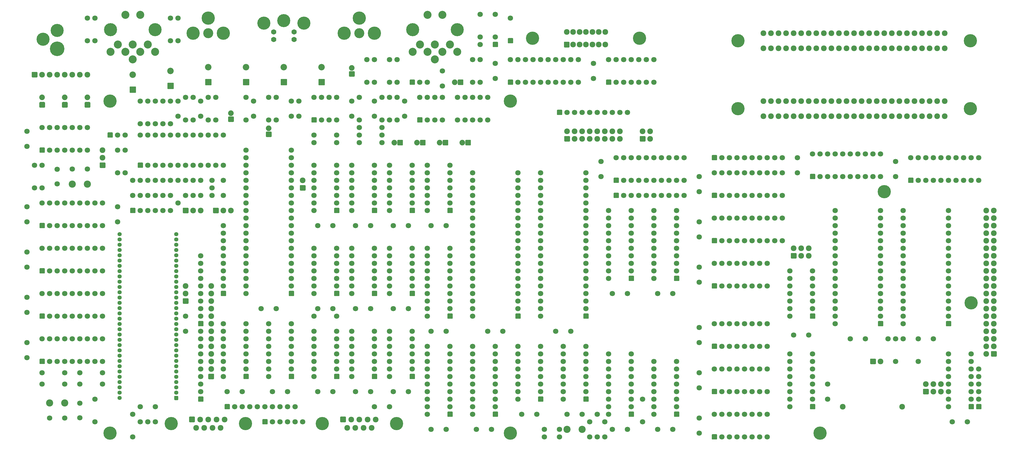
<source format=gbr>
G04 #@! TF.GenerationSoftware,KiCad,Pcbnew,(5.1.8)-1*
G04 #@! TF.CreationDate,2021-01-20T17:54:16-08:00*
G04 #@! TF.ProjectId,Omega-Mainboard,4f6d6567-612d-44d6-9169-6e626f617264,rev?*
G04 #@! TF.SameCoordinates,Original*
G04 #@! TF.FileFunction,Soldermask,Bot*
G04 #@! TF.FilePolarity,Negative*
%FSLAX46Y46*%
G04 Gerber Fmt 4.6, Leading zero omitted, Abs format (unit mm)*
G04 Created by KiCad (PCBNEW (5.1.8)-1) date 2021-01-20 17:54:16*
%MOMM*%
%LPD*%
G01*
G04 APERTURE LIST*
%ADD10C,1.771600*%
%ADD11C,4.400500*%
%ADD12C,1.797000*%
%ADD13C,1.416000*%
%ADD14C,1.924000*%
%ADD15C,4.464000*%
%ADD16C,3.371800*%
%ADD17C,2.700000*%
%ADD18C,4.400000*%
%ADD19C,4.448760*%
%ADD20C,1.890980*%
%ADD21C,2.178000*%
%ADD22C,2.398980*%
%ADD23C,4.900000*%
G04 APERTURE END LIST*
D10*
X98200000Y-23700000D03*
X105000000Y-23700000D03*
X105000000Y-21200000D03*
X98200000Y-21200000D03*
D11*
X101600000Y-17400000D03*
X94850000Y-18200000D03*
X108350000Y-18200000D03*
G36*
G01*
X212461500Y-76898500D02*
X212461500Y-75501500D01*
G75*
G02*
X212661500Y-75301500I200000J0D01*
G01*
X214058500Y-75301500D01*
G75*
G02*
X214258500Y-75501500I0J-200000D01*
G01*
X214258500Y-76898500D01*
G75*
G02*
X214058500Y-77098500I-200000J0D01*
G01*
X212661500Y-77098500D01*
G75*
G02*
X212461500Y-76898500I0J200000D01*
G01*
G37*
D12*
X215900000Y-76200000D03*
X218440000Y-76200000D03*
X220980000Y-76200000D03*
X223520000Y-76200000D03*
X226060000Y-76200000D03*
X228600000Y-76200000D03*
X231140000Y-76200000D03*
X233680000Y-76200000D03*
X236220000Y-76200000D03*
X66040000Y-49530000D03*
X66040000Y-44450000D03*
X63500000Y-44450000D03*
X63500000Y-52070000D03*
X50800000Y-149860000D03*
X50800000Y-157480000D03*
G36*
G01*
X65913000Y-145107000D02*
X64897000Y-145107000D01*
G75*
G02*
X64697000Y-144907000I0J200000D01*
G01*
X64697000Y-143891000D01*
G75*
G02*
X64897000Y-143691000I200000J0D01*
G01*
X65913000Y-143691000D01*
G75*
G02*
X66113000Y-143891000I0J-200000D01*
G01*
X66113000Y-144907000D01*
G75*
G02*
X65913000Y-145107000I-200000J0D01*
G01*
G37*
D13*
X65405000Y-142621000D03*
X65405000Y-140843000D03*
X65405000Y-139065000D03*
X65405000Y-137287000D03*
X65405000Y-135509000D03*
X65405000Y-133731000D03*
X65405000Y-131953000D03*
X65405000Y-130175000D03*
X65405000Y-128397000D03*
X65405000Y-126619000D03*
X65405000Y-124841000D03*
X65405000Y-123063000D03*
X65405000Y-121285000D03*
X65405000Y-119507000D03*
X65405000Y-117729000D03*
X65405000Y-115951000D03*
X65405000Y-114173000D03*
X65405000Y-112395000D03*
X65405000Y-110617000D03*
X65405000Y-108839000D03*
X65405000Y-107061000D03*
X65405000Y-105283000D03*
X65405000Y-103505000D03*
X65405000Y-101727000D03*
X65405000Y-99949000D03*
X65405000Y-98171000D03*
X65405000Y-96393000D03*
X65405000Y-94615000D03*
X65405000Y-92837000D03*
X65405000Y-91059000D03*
X65405000Y-89281000D03*
X46355000Y-89281000D03*
X46355000Y-91059000D03*
X46355000Y-92837000D03*
X46355000Y-94615000D03*
X46355000Y-96393000D03*
X46355000Y-98171000D03*
X46355000Y-99949000D03*
X46355000Y-101727000D03*
X46355000Y-103505000D03*
X46355000Y-105283000D03*
X46355000Y-107061000D03*
X46355000Y-108839000D03*
X46355000Y-110617000D03*
X46355000Y-112395000D03*
X46355000Y-114173000D03*
X46355000Y-115951000D03*
X46355000Y-117729000D03*
X46355000Y-119507000D03*
X46355000Y-121285000D03*
X46355000Y-123063000D03*
X46355000Y-124841000D03*
X46355000Y-126619000D03*
X46355000Y-128397000D03*
X46355000Y-130175000D03*
X46355000Y-131953000D03*
X46355000Y-133731000D03*
X46355000Y-135509000D03*
X46355000Y-137287000D03*
X46355000Y-139065000D03*
X46355000Y-140843000D03*
X46355000Y-142621000D03*
X46355000Y-144399000D03*
G36*
G01*
X195888000Y-57912000D02*
X195888000Y-56388000D01*
G75*
G02*
X196088000Y-56188000I200000J0D01*
G01*
X197612000Y-56188000D01*
G75*
G02*
X197812000Y-56388000I0J-200000D01*
G01*
X197812000Y-57912000D01*
G75*
G02*
X197612000Y-58112000I-200000J0D01*
G01*
X196088000Y-58112000D01*
G75*
G02*
X195888000Y-57912000I0J200000D01*
G01*
G37*
D14*
X196850000Y-54610000D03*
X199390000Y-57150000D03*
X199390000Y-54610000D03*
X201930000Y-57150000D03*
X201930000Y-54610000D03*
X204470000Y-57150000D03*
X204470000Y-54610000D03*
X207010000Y-57150000D03*
X207010000Y-54610000D03*
X209550000Y-57150000D03*
X209550000Y-54610000D03*
X212090000Y-57150000D03*
X212090000Y-54610000D03*
X214630000Y-57150000D03*
X214630000Y-54610000D03*
D15*
X76200000Y-16510000D03*
X81280000Y-21590000D03*
X71120000Y-21590000D03*
D16*
X76200000Y-21590000D03*
D12*
X38100000Y-16510000D03*
X38100000Y-24130000D03*
X35560000Y-16510000D03*
X35560000Y-24130000D03*
X63500000Y-16510000D03*
X63500000Y-24130000D03*
D17*
X50800000Y-25400000D03*
X45800000Y-25400000D03*
X43300000Y-27900000D03*
X50800000Y-30400000D03*
X53300000Y-27900000D03*
X55800000Y-25400000D03*
D18*
X43300000Y-20400000D03*
D17*
X48300000Y-27900000D03*
X58300000Y-27900000D03*
X48300000Y-15400000D03*
D18*
X58300000Y-20400000D03*
D17*
X53300000Y-15400000D03*
X152400000Y-25400000D03*
X147400000Y-25400000D03*
X144900000Y-27900000D03*
X152400000Y-30400000D03*
X154900000Y-27900000D03*
X157400000Y-25400000D03*
D18*
X144900000Y-20400000D03*
D17*
X149900000Y-27900000D03*
X159900000Y-27900000D03*
X149900000Y-15400000D03*
D18*
X159900000Y-20400000D03*
D17*
X154900000Y-15400000D03*
D19*
X221200000Y-23300000D03*
X185200000Y-23300000D03*
G36*
G01*
X195758000Y-26207000D02*
X195758000Y-24683000D01*
G75*
G02*
X195958000Y-24483000I200000J0D01*
G01*
X197482000Y-24483000D01*
G75*
G02*
X197682000Y-24683000I0J-200000D01*
G01*
X197682000Y-26207000D01*
G75*
G02*
X197482000Y-26407000I-200000J0D01*
G01*
X195958000Y-26407000D01*
G75*
G02*
X195758000Y-26207000I0J200000D01*
G01*
G37*
D14*
X198880000Y-25445000D03*
X201040000Y-25445000D03*
X203200000Y-25445000D03*
X205360000Y-25445000D03*
X207520000Y-25445000D03*
X209680000Y-25445000D03*
X203200000Y-21155000D03*
X196720000Y-21155000D03*
X198880000Y-21155000D03*
X201040000Y-21155000D03*
X205360000Y-21155000D03*
X207520000Y-21155000D03*
X209680000Y-21155000D03*
D12*
X160020000Y-43180000D03*
X160020000Y-50800000D03*
X162560000Y-50800000D03*
X162560000Y-43180000D03*
X165100000Y-50800000D03*
X165100000Y-43180000D03*
X170180000Y-50800000D03*
X170180000Y-43180000D03*
X142240000Y-44450000D03*
X142240000Y-49530000D03*
X167640000Y-43180000D03*
X167640000Y-50800000D03*
X134620000Y-50800000D03*
X134620000Y-43180000D03*
G36*
G01*
X146421500Y-51498500D02*
X146421500Y-50101500D01*
G75*
G02*
X146621500Y-49901500I200000J0D01*
G01*
X148018500Y-49901500D01*
G75*
G02*
X148218500Y-50101500I0J-200000D01*
G01*
X148218500Y-51498500D01*
G75*
G02*
X148018500Y-51698500I-200000J0D01*
G01*
X146621500Y-51698500D01*
G75*
G02*
X146421500Y-51498500I0J200000D01*
G01*
G37*
X149860000Y-50800000D03*
X152400000Y-50800000D03*
X154940000Y-50800000D03*
X154940000Y-43180000D03*
X152400000Y-43180000D03*
X149860000Y-43180000D03*
X147320000Y-43180000D03*
G36*
G01*
X173418500Y-26298500D02*
X172021500Y-26298500D01*
G75*
G02*
X171821500Y-26098500I0J200000D01*
G01*
X171821500Y-24701500D01*
G75*
G02*
X172021500Y-24501500I200000J0D01*
G01*
X173418500Y-24501500D01*
G75*
G02*
X173618500Y-24701500I0J-200000D01*
G01*
X173618500Y-26098500D01*
G75*
G02*
X173418500Y-26298500I-200000J0D01*
G01*
G37*
X172720000Y-22860000D03*
X172720000Y-15240000D03*
X167640000Y-15240000D03*
X167640000Y-22860000D03*
X167640000Y-25400000D03*
X71120000Y-43180000D03*
X71120000Y-50800000D03*
G36*
G01*
X120078500Y-138058500D02*
X118681500Y-138058500D01*
G75*
G02*
X118481500Y-137858500I0J200000D01*
G01*
X118481500Y-136461500D01*
G75*
G02*
X118681500Y-136261500I200000J0D01*
G01*
X120078500Y-136261500D01*
G75*
G02*
X120278500Y-136461500I0J-200000D01*
G01*
X120278500Y-137858500D01*
G75*
G02*
X120078500Y-138058500I-200000J0D01*
G01*
G37*
X119380000Y-134620000D03*
X119380000Y-132080000D03*
X119380000Y-129540000D03*
X119380000Y-127000000D03*
X119380000Y-124460000D03*
X119380000Y-121920000D03*
X111760000Y-121920000D03*
X111760000Y-124460000D03*
X111760000Y-127000000D03*
X111760000Y-129540000D03*
X111760000Y-132080000D03*
X111760000Y-134620000D03*
X111760000Y-137160000D03*
G36*
G01*
X132778500Y-138058500D02*
X131381500Y-138058500D01*
G75*
G02*
X131181500Y-137858500I0J200000D01*
G01*
X131181500Y-136461500D01*
G75*
G02*
X131381500Y-136261500I200000J0D01*
G01*
X132778500Y-136261500D01*
G75*
G02*
X132978500Y-136461500I0J-200000D01*
G01*
X132978500Y-137858500D01*
G75*
G02*
X132778500Y-138058500I-200000J0D01*
G01*
G37*
X132080000Y-134620000D03*
X132080000Y-132080000D03*
X132080000Y-129540000D03*
X132080000Y-127000000D03*
X132080000Y-124460000D03*
X132080000Y-121920000D03*
X124460000Y-121920000D03*
X124460000Y-124460000D03*
X124460000Y-127000000D03*
X124460000Y-129540000D03*
X124460000Y-132080000D03*
X124460000Y-134620000D03*
X124460000Y-137160000D03*
G36*
G01*
X132778500Y-82178500D02*
X131381500Y-82178500D01*
G75*
G02*
X131181500Y-81978500I0J200000D01*
G01*
X131181500Y-80581500D01*
G75*
G02*
X131381500Y-80381500I200000J0D01*
G01*
X132778500Y-80381500D01*
G75*
G02*
X132978500Y-80581500I0J-200000D01*
G01*
X132978500Y-81978500D01*
G75*
G02*
X132778500Y-82178500I-200000J0D01*
G01*
G37*
X132080000Y-78740000D03*
X132080000Y-76200000D03*
X132080000Y-73660000D03*
X132080000Y-71120000D03*
X132080000Y-68580000D03*
X132080000Y-66040000D03*
X124460000Y-66040000D03*
X124460000Y-68580000D03*
X124460000Y-71120000D03*
X124460000Y-73660000D03*
X124460000Y-76200000D03*
X124460000Y-78740000D03*
X124460000Y-81280000D03*
G36*
G01*
X219138500Y-105038500D02*
X217741500Y-105038500D01*
G75*
G02*
X217541500Y-104838500I0J200000D01*
G01*
X217541500Y-103441500D01*
G75*
G02*
X217741500Y-103241500I200000J0D01*
G01*
X219138500Y-103241500D01*
G75*
G02*
X219338500Y-103441500I0J-200000D01*
G01*
X219338500Y-104838500D01*
G75*
G02*
X219138500Y-105038500I-200000J0D01*
G01*
G37*
X218440000Y-101600000D03*
X218440000Y-99060000D03*
X218440000Y-96520000D03*
X218440000Y-93980000D03*
X218440000Y-91440000D03*
X218440000Y-88900000D03*
X218440000Y-86360000D03*
X218440000Y-83820000D03*
X218440000Y-81280000D03*
X210820000Y-81280000D03*
X210820000Y-83820000D03*
X210820000Y-86360000D03*
X210820000Y-88900000D03*
X210820000Y-91440000D03*
X210820000Y-93980000D03*
X210820000Y-96520000D03*
X210820000Y-99060000D03*
X210820000Y-101600000D03*
X210820000Y-104140000D03*
G36*
G01*
X181038500Y-117738500D02*
X179641500Y-117738500D01*
G75*
G02*
X179441500Y-117538500I0J200000D01*
G01*
X179441500Y-116141500D01*
G75*
G02*
X179641500Y-115941500I200000J0D01*
G01*
X181038500Y-115941500D01*
G75*
G02*
X181238500Y-116141500I0J-200000D01*
G01*
X181238500Y-117538500D01*
G75*
G02*
X181038500Y-117738500I-200000J0D01*
G01*
G37*
X180340000Y-114300000D03*
X180340000Y-111760000D03*
X180340000Y-109220000D03*
X180340000Y-106680000D03*
X180340000Y-104140000D03*
X180340000Y-101600000D03*
X180340000Y-99060000D03*
X180340000Y-96520000D03*
X180340000Y-93980000D03*
X180340000Y-91440000D03*
X180340000Y-88900000D03*
X180340000Y-86360000D03*
X180340000Y-83820000D03*
X180340000Y-81280000D03*
X180340000Y-78740000D03*
X180340000Y-76200000D03*
X180340000Y-73660000D03*
X180340000Y-71120000D03*
X180340000Y-68580000D03*
X165100000Y-68580000D03*
X165100000Y-71120000D03*
X165100000Y-73660000D03*
X165100000Y-76200000D03*
X165100000Y-78740000D03*
X165100000Y-81280000D03*
X165100000Y-83820000D03*
X165100000Y-86360000D03*
X165100000Y-88900000D03*
X165100000Y-91440000D03*
X165100000Y-93980000D03*
X165100000Y-96520000D03*
X165100000Y-99060000D03*
X165100000Y-101600000D03*
X165100000Y-104140000D03*
X165100000Y-106680000D03*
X165100000Y-109220000D03*
X165100000Y-111760000D03*
X165100000Y-114300000D03*
X165100000Y-116840000D03*
G36*
G01*
X212461500Y-71818500D02*
X212461500Y-70421500D01*
G75*
G02*
X212661500Y-70221500I200000J0D01*
G01*
X214058500Y-70221500D01*
G75*
G02*
X214258500Y-70421500I0J-200000D01*
G01*
X214258500Y-71818500D01*
G75*
G02*
X214058500Y-72018500I-200000J0D01*
G01*
X212661500Y-72018500D01*
G75*
G02*
X212461500Y-71818500I0J200000D01*
G01*
G37*
X215900000Y-71120000D03*
X218440000Y-71120000D03*
X220980000Y-71120000D03*
X223520000Y-71120000D03*
X226060000Y-71120000D03*
X228600000Y-71120000D03*
X231140000Y-71120000D03*
X233680000Y-71120000D03*
X236220000Y-71120000D03*
X236220000Y-63500000D03*
X233680000Y-63500000D03*
X231140000Y-63500000D03*
X228600000Y-63500000D03*
X226060000Y-63500000D03*
X223520000Y-63500000D03*
X220980000Y-63500000D03*
X218440000Y-63500000D03*
X215900000Y-63500000D03*
X213360000Y-63500000D03*
X227330000Y-109220000D03*
X232410000Y-109220000D03*
D14*
X262890000Y-26670000D03*
X262890000Y-21590000D03*
X265430000Y-26670000D03*
X265430000Y-21590000D03*
X267970000Y-26670000D03*
X267970000Y-21590000D03*
X270510000Y-26670000D03*
X270510000Y-21590000D03*
X273050000Y-26670000D03*
X273050000Y-21590000D03*
X275590000Y-26670000D03*
X275590000Y-21590000D03*
X278130000Y-26670000D03*
X278130000Y-21590000D03*
X280670000Y-26670000D03*
X280670000Y-21590000D03*
X283210000Y-26670000D03*
X283210000Y-21590000D03*
X285750000Y-26670000D03*
X285750000Y-21590000D03*
X288290000Y-26670000D03*
X288290000Y-21590000D03*
X290830000Y-26670000D03*
X290830000Y-21590000D03*
X293370000Y-26670000D03*
X293370000Y-21590000D03*
X295910000Y-26670000D03*
X295910000Y-21590000D03*
X298450000Y-26670000D03*
X298450000Y-21590000D03*
X300990000Y-26670000D03*
X300990000Y-21590000D03*
X303530000Y-26670000D03*
X303530000Y-21590000D03*
X306070000Y-26670000D03*
X306070000Y-21590000D03*
X308610000Y-26670000D03*
X308610000Y-21590000D03*
X311150000Y-26670000D03*
X311150000Y-21590000D03*
X313690000Y-26670000D03*
X313690000Y-21590000D03*
X316230000Y-26670000D03*
X316230000Y-21590000D03*
X318770000Y-26670000D03*
X318770000Y-21590000D03*
X321310000Y-26670000D03*
X321310000Y-21590000D03*
X323850000Y-26670000D03*
X323850000Y-21590000D03*
D19*
X63705740Y-153035000D03*
X88694260Y-153035000D03*
G36*
G01*
X71675600Y-150850600D02*
X71675600Y-152374600D01*
G75*
G02*
X71475600Y-152574600I-200000J0D01*
G01*
X69951600Y-152574600D01*
G75*
G02*
X69751600Y-152374600I0J200000D01*
G01*
X69751600Y-150850600D01*
G75*
G02*
X69951600Y-150650600I200000J0D01*
G01*
X71475600Y-150650600D01*
G75*
G02*
X71675600Y-150850600I0J-200000D01*
G01*
G37*
D14*
X73456800Y-151612600D03*
X76200000Y-151612600D03*
X78943200Y-151612600D03*
X81686400Y-151612600D03*
X80314800Y-154457400D03*
X77571600Y-154457400D03*
X74803000Y-154457400D03*
X72085200Y-154457400D03*
G36*
G01*
X302958500Y-120278500D02*
X301561500Y-120278500D01*
G75*
G02*
X301361500Y-120078500I0J200000D01*
G01*
X301361500Y-118681500D01*
G75*
G02*
X301561500Y-118481500I200000J0D01*
G01*
X302958500Y-118481500D01*
G75*
G02*
X303158500Y-118681500I0J-200000D01*
G01*
X303158500Y-120078500D01*
G75*
G02*
X302958500Y-120278500I-200000J0D01*
G01*
G37*
D12*
X302260000Y-116840000D03*
X302260000Y-114300000D03*
X302260000Y-111760000D03*
X302260000Y-109220000D03*
X302260000Y-106680000D03*
X302260000Y-104140000D03*
X302260000Y-101600000D03*
X302260000Y-99060000D03*
X302260000Y-96520000D03*
X302260000Y-93980000D03*
X302260000Y-91440000D03*
X302260000Y-88900000D03*
X302260000Y-86360000D03*
X302260000Y-83820000D03*
X302260000Y-81280000D03*
X287020000Y-81280000D03*
X287020000Y-83820000D03*
X287020000Y-86360000D03*
X287020000Y-88900000D03*
X287020000Y-91440000D03*
X287020000Y-93980000D03*
X287020000Y-96520000D03*
X287020000Y-99060000D03*
X287020000Y-101600000D03*
X287020000Y-104140000D03*
X287020000Y-106680000D03*
X287020000Y-109220000D03*
X287020000Y-111760000D03*
X287020000Y-114300000D03*
X287020000Y-116840000D03*
X287020000Y-119380000D03*
G36*
G01*
X325818500Y-120278500D02*
X324421500Y-120278500D01*
G75*
G02*
X324221500Y-120078500I0J200000D01*
G01*
X324221500Y-118681500D01*
G75*
G02*
X324421500Y-118481500I200000J0D01*
G01*
X325818500Y-118481500D01*
G75*
G02*
X326018500Y-118681500I0J-200000D01*
G01*
X326018500Y-120078500D01*
G75*
G02*
X325818500Y-120278500I-200000J0D01*
G01*
G37*
X325120000Y-116840000D03*
X325120000Y-114300000D03*
X325120000Y-111760000D03*
X325120000Y-109220000D03*
X325120000Y-106680000D03*
X325120000Y-104140000D03*
X325120000Y-101600000D03*
X325120000Y-99060000D03*
X325120000Y-96520000D03*
X325120000Y-93980000D03*
X325120000Y-91440000D03*
X325120000Y-88900000D03*
X325120000Y-86360000D03*
X325120000Y-83820000D03*
X325120000Y-81280000D03*
X309880000Y-81280000D03*
X309880000Y-83820000D03*
X309880000Y-86360000D03*
X309880000Y-88900000D03*
X309880000Y-91440000D03*
X309880000Y-93980000D03*
X309880000Y-96520000D03*
X309880000Y-99060000D03*
X309880000Y-101600000D03*
X309880000Y-104140000D03*
X309880000Y-106680000D03*
X309880000Y-109220000D03*
X309880000Y-111760000D03*
X309880000Y-114300000D03*
X309880000Y-116840000D03*
X309880000Y-119380000D03*
G36*
G01*
X278501500Y-70548500D02*
X278501500Y-69151500D01*
G75*
G02*
X278701500Y-68951500I200000J0D01*
G01*
X280098500Y-68951500D01*
G75*
G02*
X280298500Y-69151500I0J-200000D01*
G01*
X280298500Y-70548500D01*
G75*
G02*
X280098500Y-70748500I-200000J0D01*
G01*
X278701500Y-70748500D01*
G75*
G02*
X278501500Y-70548500I0J200000D01*
G01*
G37*
X281940000Y-69850000D03*
X284480000Y-69850000D03*
X287020000Y-69850000D03*
X289560000Y-69850000D03*
X292100000Y-69850000D03*
X294640000Y-69850000D03*
X297180000Y-69850000D03*
X299720000Y-69850000D03*
X302260000Y-69850000D03*
X302260000Y-62230000D03*
X299720000Y-62230000D03*
X297180000Y-62230000D03*
X294640000Y-62230000D03*
X292100000Y-62230000D03*
X289560000Y-62230000D03*
X287020000Y-62230000D03*
X284480000Y-62230000D03*
X281940000Y-62230000D03*
X279400000Y-62230000D03*
D14*
X289529520Y-147320000D03*
X309529480Y-147320000D03*
G36*
G01*
X280098500Y-117738500D02*
X278701500Y-117738500D01*
G75*
G02*
X278501500Y-117538500I0J200000D01*
G01*
X278501500Y-116141500D01*
G75*
G02*
X278701500Y-115941500I200000J0D01*
G01*
X280098500Y-115941500D01*
G75*
G02*
X280298500Y-116141500I0J-200000D01*
G01*
X280298500Y-117538500D01*
G75*
G02*
X280098500Y-117738500I-200000J0D01*
G01*
G37*
D12*
X279400000Y-114300000D03*
X279400000Y-111760000D03*
X279400000Y-109220000D03*
X279400000Y-106680000D03*
X279400000Y-104140000D03*
X279400000Y-101600000D03*
X271780000Y-101600000D03*
X271780000Y-104140000D03*
X271780000Y-106680000D03*
X271780000Y-109220000D03*
X271780000Y-111760000D03*
X271780000Y-114300000D03*
X271780000Y-116840000D03*
X273050000Y-123190000D03*
X278130000Y-123190000D03*
G36*
G01*
X245481500Y-76898500D02*
X245481500Y-75501500D01*
G75*
G02*
X245681500Y-75301500I200000J0D01*
G01*
X247078500Y-75301500D01*
G75*
G02*
X247278500Y-75501500I0J-200000D01*
G01*
X247278500Y-76898500D01*
G75*
G02*
X247078500Y-77098500I-200000J0D01*
G01*
X245681500Y-77098500D01*
G75*
G02*
X245481500Y-76898500I0J200000D01*
G01*
G37*
X248920000Y-76200000D03*
X251460000Y-76200000D03*
X254000000Y-76200000D03*
X256540000Y-76200000D03*
X259080000Y-76200000D03*
X261620000Y-76200000D03*
X264160000Y-76200000D03*
X266700000Y-76200000D03*
X269240000Y-76200000D03*
X269240000Y-68580000D03*
X266700000Y-68580000D03*
X264160000Y-68580000D03*
X261620000Y-68580000D03*
X259080000Y-68580000D03*
X256540000Y-68580000D03*
X254000000Y-68580000D03*
X251460000Y-68580000D03*
X248920000Y-68580000D03*
X246380000Y-68580000D03*
G36*
G01*
X245481500Y-92138500D02*
X245481500Y-90741500D01*
G75*
G02*
X245681500Y-90541500I200000J0D01*
G01*
X247078500Y-90541500D01*
G75*
G02*
X247278500Y-90741500I0J-200000D01*
G01*
X247278500Y-92138500D01*
G75*
G02*
X247078500Y-92338500I-200000J0D01*
G01*
X245681500Y-92338500D01*
G75*
G02*
X245481500Y-92138500I0J200000D01*
G01*
G37*
X248920000Y-91440000D03*
X251460000Y-91440000D03*
X254000000Y-91440000D03*
X256540000Y-91440000D03*
X259080000Y-91440000D03*
X261620000Y-91440000D03*
X264160000Y-91440000D03*
X266700000Y-91440000D03*
X269240000Y-91440000D03*
X269240000Y-83820000D03*
X266700000Y-83820000D03*
X264160000Y-83820000D03*
X261620000Y-83820000D03*
X259080000Y-83820000D03*
X256540000Y-83820000D03*
X254000000Y-83820000D03*
X251460000Y-83820000D03*
X248920000Y-83820000D03*
X246380000Y-83820000D03*
G36*
G01*
X219138500Y-150758500D02*
X217741500Y-150758500D01*
G75*
G02*
X217541500Y-150558500I0J200000D01*
G01*
X217541500Y-149161500D01*
G75*
G02*
X217741500Y-148961500I200000J0D01*
G01*
X219138500Y-148961500D01*
G75*
G02*
X219338500Y-149161500I0J-200000D01*
G01*
X219338500Y-150558500D01*
G75*
G02*
X219138500Y-150758500I-200000J0D01*
G01*
G37*
X218440000Y-147320000D03*
X218440000Y-144780000D03*
X218440000Y-142240000D03*
X218440000Y-139700000D03*
X218440000Y-137160000D03*
X218440000Y-134620000D03*
X218440000Y-132080000D03*
X218440000Y-129540000D03*
X210820000Y-129540000D03*
X210820000Y-132080000D03*
X210820000Y-134620000D03*
X210820000Y-137160000D03*
X210820000Y-139700000D03*
X210820000Y-142240000D03*
X210820000Y-144780000D03*
X210820000Y-147320000D03*
X210820000Y-149860000D03*
G36*
G01*
X132778500Y-110118500D02*
X131381500Y-110118500D01*
G75*
G02*
X131181500Y-109918500I0J200000D01*
G01*
X131181500Y-108521500D01*
G75*
G02*
X131381500Y-108321500I200000J0D01*
G01*
X132778500Y-108321500D01*
G75*
G02*
X132978500Y-108521500I0J-200000D01*
G01*
X132978500Y-109918500D01*
G75*
G02*
X132778500Y-110118500I-200000J0D01*
G01*
G37*
X132080000Y-106680000D03*
X132080000Y-104140000D03*
X132080000Y-101600000D03*
X132080000Y-99060000D03*
X132080000Y-96520000D03*
X132080000Y-93980000D03*
X124460000Y-93980000D03*
X124460000Y-96520000D03*
X124460000Y-99060000D03*
X124460000Y-101600000D03*
X124460000Y-104140000D03*
X124460000Y-106680000D03*
X124460000Y-109220000D03*
G36*
G01*
X104838500Y-110118500D02*
X103441500Y-110118500D01*
G75*
G02*
X103241500Y-109918500I0J200000D01*
G01*
X103241500Y-108521500D01*
G75*
G02*
X103441500Y-108321500I200000J0D01*
G01*
X104838500Y-108321500D01*
G75*
G02*
X105038500Y-108521500I0J-200000D01*
G01*
X105038500Y-109918500D01*
G75*
G02*
X104838500Y-110118500I-200000J0D01*
G01*
G37*
X104140000Y-106680000D03*
X104140000Y-104140000D03*
X104140000Y-101600000D03*
X104140000Y-99060000D03*
X104140000Y-96520000D03*
X104140000Y-93980000D03*
X104140000Y-91440000D03*
X104140000Y-88900000D03*
X104140000Y-86360000D03*
X104140000Y-83820000D03*
X104140000Y-81280000D03*
X104140000Y-78740000D03*
X104140000Y-76200000D03*
X104140000Y-73660000D03*
X104140000Y-71120000D03*
X104140000Y-68580000D03*
X104140000Y-66040000D03*
X104140000Y-63500000D03*
X104140000Y-60960000D03*
X88900000Y-60960000D03*
X88900000Y-63500000D03*
X88900000Y-66040000D03*
X88900000Y-68580000D03*
X88900000Y-71120000D03*
X88900000Y-73660000D03*
X88900000Y-76200000D03*
X88900000Y-78740000D03*
X88900000Y-81280000D03*
X88900000Y-83820000D03*
X88900000Y-86360000D03*
X88900000Y-88900000D03*
X88900000Y-91440000D03*
X88900000Y-93980000D03*
X88900000Y-96520000D03*
X88900000Y-99060000D03*
X88900000Y-101600000D03*
X88900000Y-104140000D03*
X88900000Y-106680000D03*
X88900000Y-109220000D03*
G36*
G01*
X145478500Y-138058500D02*
X144081500Y-138058500D01*
G75*
G02*
X143881500Y-137858500I0J200000D01*
G01*
X143881500Y-136461500D01*
G75*
G02*
X144081500Y-136261500I200000J0D01*
G01*
X145478500Y-136261500D01*
G75*
G02*
X145678500Y-136461500I0J-200000D01*
G01*
X145678500Y-137858500D01*
G75*
G02*
X145478500Y-138058500I-200000J0D01*
G01*
G37*
X144780000Y-134620000D03*
X144780000Y-132080000D03*
X144780000Y-129540000D03*
X144780000Y-127000000D03*
X144780000Y-124460000D03*
X144780000Y-121920000D03*
X137160000Y-121920000D03*
X137160000Y-124460000D03*
X137160000Y-127000000D03*
X137160000Y-129540000D03*
X137160000Y-132080000D03*
X137160000Y-134620000D03*
X137160000Y-137160000D03*
G36*
G01*
X19421500Y-61658500D02*
X19421500Y-60261500D01*
G75*
G02*
X19621500Y-60061500I200000J0D01*
G01*
X21018500Y-60061500D01*
G75*
G02*
X21218500Y-60261500I0J-200000D01*
G01*
X21218500Y-61658500D01*
G75*
G02*
X21018500Y-61858500I-200000J0D01*
G01*
X19621500Y-61858500D01*
G75*
G02*
X19421500Y-61658500I0J200000D01*
G01*
G37*
X22860000Y-60960000D03*
X25400000Y-60960000D03*
X27940000Y-60960000D03*
X30480000Y-60960000D03*
X33020000Y-60960000D03*
X35560000Y-60960000D03*
X35560000Y-53340000D03*
X33020000Y-53340000D03*
X30480000Y-53340000D03*
X27940000Y-53340000D03*
X25400000Y-53340000D03*
X22860000Y-53340000D03*
X20320000Y-53340000D03*
G36*
G01*
X145478500Y-110118500D02*
X144081500Y-110118500D01*
G75*
G02*
X143881500Y-109918500I0J200000D01*
G01*
X143881500Y-108521500D01*
G75*
G02*
X144081500Y-108321500I200000J0D01*
G01*
X145478500Y-108321500D01*
G75*
G02*
X145678500Y-108521500I0J-200000D01*
G01*
X145678500Y-109918500D01*
G75*
G02*
X145478500Y-110118500I-200000J0D01*
G01*
G37*
X144780000Y-106680000D03*
X144780000Y-104140000D03*
X144780000Y-101600000D03*
X144780000Y-99060000D03*
X144780000Y-96520000D03*
X144780000Y-93980000D03*
X137160000Y-93980000D03*
X137160000Y-96520000D03*
X137160000Y-99060000D03*
X137160000Y-101600000D03*
X137160000Y-104140000D03*
X137160000Y-106680000D03*
X137160000Y-109220000D03*
G36*
G01*
X158178500Y-117738500D02*
X156781500Y-117738500D01*
G75*
G02*
X156581500Y-117538500I0J200000D01*
G01*
X156581500Y-116141500D01*
G75*
G02*
X156781500Y-115941500I200000J0D01*
G01*
X158178500Y-115941500D01*
G75*
G02*
X158378500Y-116141500I0J-200000D01*
G01*
X158378500Y-117538500D01*
G75*
G02*
X158178500Y-117738500I-200000J0D01*
G01*
G37*
X157480000Y-114300000D03*
X157480000Y-111760000D03*
X157480000Y-109220000D03*
X157480000Y-106680000D03*
X157480000Y-104140000D03*
X157480000Y-101600000D03*
X157480000Y-99060000D03*
X157480000Y-96520000D03*
X157480000Y-93980000D03*
X149860000Y-93980000D03*
X149860000Y-96520000D03*
X149860000Y-99060000D03*
X149860000Y-101600000D03*
X149860000Y-104140000D03*
X149860000Y-106680000D03*
X149860000Y-109220000D03*
X149860000Y-111760000D03*
X149860000Y-114300000D03*
X149860000Y-116840000D03*
G36*
G01*
X203898500Y-117738500D02*
X202501500Y-117738500D01*
G75*
G02*
X202301500Y-117538500I0J200000D01*
G01*
X202301500Y-116141500D01*
G75*
G02*
X202501500Y-115941500I200000J0D01*
G01*
X203898500Y-115941500D01*
G75*
G02*
X204098500Y-116141500I0J-200000D01*
G01*
X204098500Y-117538500D01*
G75*
G02*
X203898500Y-117738500I-200000J0D01*
G01*
G37*
X203200000Y-114300000D03*
X203200000Y-111760000D03*
X203200000Y-109220000D03*
X203200000Y-106680000D03*
X203200000Y-104140000D03*
X203200000Y-101600000D03*
X203200000Y-99060000D03*
X203200000Y-96520000D03*
X203200000Y-93980000D03*
X203200000Y-91440000D03*
X203200000Y-88900000D03*
X203200000Y-86360000D03*
X203200000Y-83820000D03*
X203200000Y-81280000D03*
X203200000Y-78740000D03*
X203200000Y-76200000D03*
X203200000Y-73660000D03*
X203200000Y-71120000D03*
X203200000Y-68580000D03*
X187960000Y-68580000D03*
X187960000Y-71120000D03*
X187960000Y-73660000D03*
X187960000Y-76200000D03*
X187960000Y-78740000D03*
X187960000Y-81280000D03*
X187960000Y-83820000D03*
X187960000Y-86360000D03*
X187960000Y-88900000D03*
X187960000Y-91440000D03*
X187960000Y-93980000D03*
X187960000Y-96520000D03*
X187960000Y-99060000D03*
X187960000Y-101600000D03*
X187960000Y-104140000D03*
X187960000Y-106680000D03*
X187960000Y-109220000D03*
X187960000Y-111760000D03*
X187960000Y-114300000D03*
X187960000Y-116840000D03*
G36*
G01*
X234378500Y-105038500D02*
X232981500Y-105038500D01*
G75*
G02*
X232781500Y-104838500I0J200000D01*
G01*
X232781500Y-103441500D01*
G75*
G02*
X232981500Y-103241500I200000J0D01*
G01*
X234378500Y-103241500D01*
G75*
G02*
X234578500Y-103441500I0J-200000D01*
G01*
X234578500Y-104838500D01*
G75*
G02*
X234378500Y-105038500I-200000J0D01*
G01*
G37*
X233680000Y-101600000D03*
X233680000Y-99060000D03*
X233680000Y-96520000D03*
X233680000Y-93980000D03*
X233680000Y-91440000D03*
X233680000Y-88900000D03*
X233680000Y-86360000D03*
X233680000Y-83820000D03*
X233680000Y-81280000D03*
X226060000Y-81280000D03*
X226060000Y-83820000D03*
X226060000Y-86360000D03*
X226060000Y-88900000D03*
X226060000Y-91440000D03*
X226060000Y-93980000D03*
X226060000Y-96520000D03*
X226060000Y-99060000D03*
X226060000Y-101600000D03*
X226060000Y-104140000D03*
G36*
G01*
X19421500Y-87058500D02*
X19421500Y-85661500D01*
G75*
G02*
X19621500Y-85461500I200000J0D01*
G01*
X21018500Y-85461500D01*
G75*
G02*
X21218500Y-85661500I0J-200000D01*
G01*
X21218500Y-87058500D01*
G75*
G02*
X21018500Y-87258500I-200000J0D01*
G01*
X19621500Y-87258500D01*
G75*
G02*
X19421500Y-87058500I0J200000D01*
G01*
G37*
X22860000Y-86360000D03*
X25400000Y-86360000D03*
X27940000Y-86360000D03*
X30480000Y-86360000D03*
X33020000Y-86360000D03*
X35560000Y-86360000D03*
X38100000Y-86360000D03*
X40640000Y-86360000D03*
X40640000Y-78740000D03*
X38100000Y-78740000D03*
X35560000Y-78740000D03*
X33020000Y-78740000D03*
X30480000Y-78740000D03*
X27940000Y-78740000D03*
X25400000Y-78740000D03*
X22860000Y-78740000D03*
X20320000Y-78740000D03*
G36*
G01*
X234378500Y-150758500D02*
X232981500Y-150758500D01*
G75*
G02*
X232781500Y-150558500I0J200000D01*
G01*
X232781500Y-149161500D01*
G75*
G02*
X232981500Y-148961500I200000J0D01*
G01*
X234378500Y-148961500D01*
G75*
G02*
X234578500Y-149161500I0J-200000D01*
G01*
X234578500Y-150558500D01*
G75*
G02*
X234378500Y-150758500I-200000J0D01*
G01*
G37*
X233680000Y-147320000D03*
X233680000Y-144780000D03*
X233680000Y-142240000D03*
X233680000Y-139700000D03*
X233680000Y-137160000D03*
X233680000Y-134620000D03*
X233680000Y-132080000D03*
X226060000Y-132080000D03*
X226060000Y-134620000D03*
X226060000Y-137160000D03*
X226060000Y-139700000D03*
X226060000Y-142240000D03*
X226060000Y-144780000D03*
X226060000Y-147320000D03*
X226060000Y-149860000D03*
G36*
G01*
X203898500Y-145678500D02*
X202501500Y-145678500D01*
G75*
G02*
X202301500Y-145478500I0J200000D01*
G01*
X202301500Y-144081500D01*
G75*
G02*
X202501500Y-143881500I200000J0D01*
G01*
X203898500Y-143881500D01*
G75*
G02*
X204098500Y-144081500I0J-200000D01*
G01*
X204098500Y-145478500D01*
G75*
G02*
X203898500Y-145678500I-200000J0D01*
G01*
G37*
X203200000Y-142240000D03*
X203200000Y-139700000D03*
X203200000Y-137160000D03*
X203200000Y-134620000D03*
X203200000Y-132080000D03*
X203200000Y-129540000D03*
X203200000Y-127000000D03*
X195580000Y-127000000D03*
X195580000Y-129540000D03*
X195580000Y-132080000D03*
X195580000Y-134620000D03*
X195580000Y-137160000D03*
X195580000Y-139700000D03*
X195580000Y-142240000D03*
X195580000Y-144780000D03*
G36*
G01*
X158178500Y-150758500D02*
X156781500Y-150758500D01*
G75*
G02*
X156581500Y-150558500I0J200000D01*
G01*
X156581500Y-149161500D01*
G75*
G02*
X156781500Y-148961500I200000J0D01*
G01*
X158178500Y-148961500D01*
G75*
G02*
X158378500Y-149161500I0J-200000D01*
G01*
X158378500Y-150558500D01*
G75*
G02*
X158178500Y-150758500I-200000J0D01*
G01*
G37*
X157480000Y-147320000D03*
X157480000Y-144780000D03*
X157480000Y-142240000D03*
X157480000Y-139700000D03*
X157480000Y-137160000D03*
X157480000Y-134620000D03*
X157480000Y-132080000D03*
X157480000Y-129540000D03*
X157480000Y-127000000D03*
X149860000Y-127000000D03*
X149860000Y-129540000D03*
X149860000Y-132080000D03*
X149860000Y-134620000D03*
X149860000Y-137160000D03*
X149860000Y-139700000D03*
X149860000Y-142240000D03*
X149860000Y-144780000D03*
X149860000Y-147320000D03*
X149860000Y-149860000D03*
D14*
X122885200Y-154457400D03*
X125603000Y-154457400D03*
X128371600Y-154457400D03*
X131114800Y-154457400D03*
X132486400Y-151612600D03*
X129743200Y-151612600D03*
X127000000Y-151612600D03*
X124256800Y-151612600D03*
G36*
G01*
X122475600Y-150850600D02*
X122475600Y-152374600D01*
G75*
G02*
X122275600Y-152574600I-200000J0D01*
G01*
X120751600Y-152574600D01*
G75*
G02*
X120551600Y-152374600I0J200000D01*
G01*
X120551600Y-150850600D01*
G75*
G02*
X120751600Y-150650600I200000J0D01*
G01*
X122275600Y-150650600D01*
G75*
G02*
X122475600Y-150850600I0J-200000D01*
G01*
G37*
D19*
X139494260Y-153035000D03*
X114505740Y-153035000D03*
G36*
G01*
X173418500Y-150758500D02*
X172021500Y-150758500D01*
G75*
G02*
X171821500Y-150558500I0J200000D01*
G01*
X171821500Y-149161500D01*
G75*
G02*
X172021500Y-148961500I200000J0D01*
G01*
X173418500Y-148961500D01*
G75*
G02*
X173618500Y-149161500I0J-200000D01*
G01*
X173618500Y-150558500D01*
G75*
G02*
X173418500Y-150758500I-200000J0D01*
G01*
G37*
D12*
X172720000Y-147320000D03*
X172720000Y-144780000D03*
X172720000Y-142240000D03*
X172720000Y-139700000D03*
X172720000Y-137160000D03*
X172720000Y-134620000D03*
X172720000Y-132080000D03*
X172720000Y-129540000D03*
X172720000Y-127000000D03*
X165100000Y-127000000D03*
X165100000Y-129540000D03*
X165100000Y-132080000D03*
X165100000Y-134620000D03*
X165100000Y-137160000D03*
X165100000Y-139700000D03*
X165100000Y-142240000D03*
X165100000Y-144780000D03*
X165100000Y-147320000D03*
X165100000Y-149860000D03*
G36*
G01*
X164506250Y-57674510D02*
X164506250Y-59165490D01*
G75*
G02*
X164306250Y-59365490I-200000J0D01*
G01*
X162815270Y-59365490D01*
G75*
G02*
X162615270Y-59165490I0J200000D01*
G01*
X162615270Y-57674510D01*
G75*
G02*
X162815270Y-57474510I200000J0D01*
G01*
X164306250Y-57474510D01*
G75*
G02*
X164506250Y-57674510I0J-200000D01*
G01*
G37*
D20*
X161559240Y-58420000D03*
G36*
G01*
X333438500Y-148218500D02*
X332041500Y-148218500D01*
G75*
G02*
X331841500Y-148018500I0J200000D01*
G01*
X331841500Y-146621500D01*
G75*
G02*
X332041500Y-146421500I200000J0D01*
G01*
X333438500Y-146421500D01*
G75*
G02*
X333638500Y-146621500I0J-200000D01*
G01*
X333638500Y-148018500D01*
G75*
G02*
X333438500Y-148218500I-200000J0D01*
G01*
G37*
D12*
X332740000Y-144780000D03*
X332740000Y-142240000D03*
X332740000Y-139700000D03*
X332740000Y-137160000D03*
X332740000Y-134620000D03*
X332740000Y-132080000D03*
X332740000Y-129540000D03*
X325120000Y-129540000D03*
X325120000Y-132080000D03*
X325120000Y-134620000D03*
X325120000Y-137160000D03*
X325120000Y-139700000D03*
X325120000Y-142240000D03*
X325120000Y-144780000D03*
X325120000Y-147320000D03*
D14*
X323850000Y-44450000D03*
X323850000Y-49530000D03*
X321310000Y-44450000D03*
X321310000Y-49530000D03*
X318770000Y-44450000D03*
X318770000Y-49530000D03*
X316230000Y-44450000D03*
X316230000Y-49530000D03*
X313690000Y-44450000D03*
X313690000Y-49530000D03*
X311150000Y-44450000D03*
X311150000Y-49530000D03*
X308610000Y-44450000D03*
X308610000Y-49530000D03*
X306070000Y-44450000D03*
X306070000Y-49530000D03*
X303530000Y-44450000D03*
X303530000Y-49530000D03*
X300990000Y-44450000D03*
X300990000Y-49530000D03*
X298450000Y-44450000D03*
X298450000Y-49530000D03*
X295910000Y-44450000D03*
X295910000Y-49530000D03*
X293370000Y-44450000D03*
X293370000Y-49530000D03*
X290830000Y-44450000D03*
X290830000Y-49530000D03*
X288290000Y-44450000D03*
X288290000Y-49530000D03*
X285750000Y-44450000D03*
X285750000Y-49530000D03*
X283210000Y-44450000D03*
X283210000Y-49530000D03*
X280670000Y-44450000D03*
X280670000Y-49530000D03*
X278130000Y-44450000D03*
X278130000Y-49530000D03*
X275590000Y-44450000D03*
X275590000Y-49530000D03*
X273050000Y-44450000D03*
X273050000Y-49530000D03*
X270510000Y-44450000D03*
X270510000Y-49530000D03*
X267970000Y-44450000D03*
X267970000Y-49530000D03*
X265430000Y-44450000D03*
X265430000Y-49530000D03*
X262890000Y-44450000D03*
X262890000Y-49530000D03*
D12*
X78740000Y-43180000D03*
X78740000Y-50800000D03*
D15*
X43180000Y-44450000D03*
X177800000Y-44450000D03*
X303530000Y-74930000D03*
X43180000Y-156210000D03*
X177800000Y-156210000D03*
X281940000Y-156210000D03*
X332740000Y-112395000D03*
D12*
X175260000Y-121920000D03*
X170180000Y-121920000D03*
X193040000Y-121920000D03*
X198120000Y-121920000D03*
X53340000Y-147320000D03*
X58420000Y-147320000D03*
X93980000Y-114300000D03*
X99060000Y-114300000D03*
X212090000Y-154940000D03*
X217170000Y-154940000D03*
X292100000Y-124460000D03*
X297180000Y-124460000D03*
X314960000Y-124460000D03*
X320040000Y-124460000D03*
X15240000Y-85090000D03*
X15240000Y-80010000D03*
X15240000Y-115570000D03*
X15240000Y-110490000D03*
X15240000Y-100330000D03*
X15240000Y-95250000D03*
X15240000Y-130810000D03*
X15240000Y-125730000D03*
X151130000Y-121920000D03*
X156210000Y-121920000D03*
X151130000Y-154940000D03*
X156210000Y-154940000D03*
X166370000Y-154940000D03*
X171450000Y-154940000D03*
X241300000Y-100330000D03*
X241300000Y-105410000D03*
X241300000Y-135890000D03*
X241300000Y-140970000D03*
X241300000Y-120650000D03*
X241300000Y-125730000D03*
X241300000Y-151130000D03*
X241300000Y-156210000D03*
X274320000Y-63500000D03*
X274320000Y-68580000D03*
X307340000Y-64770000D03*
X307340000Y-69850000D03*
X208280000Y-64770000D03*
X208280000Y-69850000D03*
X212090000Y-109220000D03*
X217170000Y-109220000D03*
X172720000Y-31750000D03*
X172720000Y-36830000D03*
X241300000Y-69850000D03*
X241300000Y-74930000D03*
X241300000Y-85090000D03*
X241300000Y-90170000D03*
X227330000Y-154940000D03*
X232410000Y-154940000D03*
X82550000Y-142240000D03*
X87630000Y-142240000D03*
X97790000Y-142240000D03*
X102870000Y-142240000D03*
X196850000Y-149860000D03*
X201930000Y-149860000D03*
X181610000Y-149860000D03*
X186690000Y-149860000D03*
X326390000Y-152400000D03*
X331470000Y-152400000D03*
X205740000Y-31750000D03*
X205740000Y-36830000D03*
X138430000Y-86360000D03*
X143510000Y-86360000D03*
X125730000Y-86360000D03*
X130810000Y-86360000D03*
X113030000Y-86360000D03*
X118110000Y-86360000D03*
X138430000Y-142240000D03*
X143510000Y-142240000D03*
X125730000Y-142240000D03*
X130810000Y-142240000D03*
X125730000Y-114300000D03*
X130810000Y-114300000D03*
X138430000Y-114300000D03*
X143510000Y-114300000D03*
X113030000Y-142240000D03*
X118110000Y-142240000D03*
X15240000Y-54610000D03*
X15240000Y-59690000D03*
X113030000Y-114300000D03*
X118110000Y-114300000D03*
X151130000Y-86360000D03*
X156210000Y-86360000D03*
X284480000Y-144780000D03*
X284480000Y-139700000D03*
X81280000Y-71120000D03*
X81280000Y-76200000D03*
X104140000Y-44450000D03*
X104140000Y-49530000D03*
X60960000Y-76200000D03*
X60960000Y-71120000D03*
X58420000Y-76200000D03*
X58420000Y-71120000D03*
X63500000Y-76200000D03*
X63500000Y-71120000D03*
X71120000Y-71120000D03*
X71120000Y-76200000D03*
X91440000Y-49530000D03*
X91440000Y-44450000D03*
X45720000Y-80010000D03*
X45720000Y-85090000D03*
G36*
G01*
X89789001Y-39148360D02*
X88010999Y-39148360D01*
G75*
G02*
X87811000Y-38948361I0J199999D01*
G01*
X87811000Y-37170359D01*
G75*
G02*
X88010999Y-36970360I199999J0D01*
G01*
X89789001Y-36970360D01*
G75*
G02*
X89989000Y-37170359I0J-199999D01*
G01*
X89989000Y-38948361D01*
G75*
G02*
X89789001Y-39148360I-199999J0D01*
G01*
G37*
D21*
X88900000Y-33060640D03*
G36*
G01*
X115189001Y-39148360D02*
X113410999Y-39148360D01*
G75*
G02*
X113211000Y-38948361I0J199999D01*
G01*
X113211000Y-37170359D01*
G75*
G02*
X113410999Y-36970360I199999J0D01*
G01*
X115189001Y-36970360D01*
G75*
G02*
X115389000Y-37170359I0J-199999D01*
G01*
X115389000Y-38948361D01*
G75*
G02*
X115189001Y-39148360I-199999J0D01*
G01*
G37*
X114300000Y-33060640D03*
G36*
G01*
X102489001Y-39148360D02*
X100710999Y-39148360D01*
G75*
G02*
X100511000Y-38948361I0J199999D01*
G01*
X100511000Y-37170359D01*
G75*
G02*
X100710999Y-36970360I199999J0D01*
G01*
X102489001Y-36970360D01*
G75*
G02*
X102689000Y-37170359I0J-199999D01*
G01*
X102689000Y-38948361D01*
G75*
G02*
X102489001Y-39148360I-199999J0D01*
G01*
G37*
X101600000Y-33060640D03*
G36*
G01*
X51689001Y-41688360D02*
X49910999Y-41688360D01*
G75*
G02*
X49711000Y-41488361I0J199999D01*
G01*
X49711000Y-39710359D01*
G75*
G02*
X49910999Y-39510360I199999J0D01*
G01*
X51689001Y-39510360D01*
G75*
G02*
X51889000Y-39710359I0J-199999D01*
G01*
X51889000Y-41488361D01*
G75*
G02*
X51689001Y-41688360I-199999J0D01*
G01*
G37*
X50800000Y-35600640D03*
G36*
G01*
X77089001Y-39148360D02*
X75310999Y-39148360D01*
G75*
G02*
X75111000Y-38948361I0J199999D01*
G01*
X75111000Y-37170359D01*
G75*
G02*
X75310999Y-36970360I199999J0D01*
G01*
X77089001Y-36970360D01*
G75*
G02*
X77289000Y-37170359I0J-199999D01*
G01*
X77289000Y-38948361D01*
G75*
G02*
X77089001Y-39148360I-199999J0D01*
G01*
G37*
X76200000Y-33060640D03*
G36*
G01*
X64389001Y-40418360D02*
X62610999Y-40418360D01*
G75*
G02*
X62411000Y-40218361I0J199999D01*
G01*
X62411000Y-38440359D01*
G75*
G02*
X62610999Y-38240360I199999J0D01*
G01*
X64389001Y-38240360D01*
G75*
G02*
X64589000Y-38440359I0J-199999D01*
G01*
X64589000Y-40218361D01*
G75*
G02*
X64389001Y-40418360I-199999J0D01*
G01*
G37*
X63500000Y-34330640D03*
G36*
G01*
X21065490Y-46645490D02*
X19574510Y-46645490D01*
G75*
G02*
X19374510Y-46445490I0J200000D01*
G01*
X19374510Y-44954510D01*
G75*
G02*
X19574510Y-44754510I200000J0D01*
G01*
X21065490Y-44754510D01*
G75*
G02*
X21265490Y-44954510I0J-200000D01*
G01*
X21265490Y-46445490D01*
G75*
G02*
X21065490Y-46645490I-200000J0D01*
G01*
G37*
D20*
X20320000Y-43200000D03*
G36*
G01*
X28685490Y-46645490D02*
X27194510Y-46645490D01*
G75*
G02*
X26994510Y-46445490I0J200000D01*
G01*
X26994510Y-44954510D01*
G75*
G02*
X27194510Y-44754510I200000J0D01*
G01*
X28685490Y-44754510D01*
G75*
G02*
X28885490Y-44954510I0J-200000D01*
G01*
X28885490Y-46445490D01*
G75*
G02*
X28685490Y-46645490I-200000J0D01*
G01*
G37*
X27940000Y-43200000D03*
G36*
G01*
X36305490Y-46645490D02*
X34814510Y-46645490D01*
G75*
G02*
X34614510Y-46445490I0J200000D01*
G01*
X34614510Y-44954510D01*
G75*
G02*
X34814510Y-44754510I200000J0D01*
G01*
X36305490Y-44754510D01*
G75*
G02*
X36505490Y-44954510I0J-200000D01*
G01*
X36505490Y-46445490D01*
G75*
G02*
X36305490Y-46645490I-200000J0D01*
G01*
G37*
X35560000Y-43200000D03*
G36*
G01*
X161966250Y-37354510D02*
X161966250Y-38845490D01*
G75*
G02*
X161766250Y-39045490I-200000J0D01*
G01*
X160275270Y-39045490D01*
G75*
G02*
X160075270Y-38845490I0J200000D01*
G01*
X160075270Y-37354510D01*
G75*
G02*
X160275270Y-37154510I200000J0D01*
G01*
X161766250Y-37154510D01*
G75*
G02*
X161966250Y-37354510I0J-200000D01*
G01*
G37*
X159019240Y-38100000D03*
G36*
G01*
X97265490Y-56556250D02*
X95774510Y-56556250D01*
G75*
G02*
X95574510Y-56356250I0J200000D01*
G01*
X95574510Y-54865270D01*
G75*
G02*
X95774510Y-54665270I200000J0D01*
G01*
X97265490Y-54665270D01*
G75*
G02*
X97465490Y-54865270I0J-200000D01*
G01*
X97465490Y-56356250D01*
G75*
G02*
X97265490Y-56556250I-200000J0D01*
G01*
G37*
X96520000Y-53609240D03*
G36*
G01*
X141646250Y-57674510D02*
X141646250Y-59165490D01*
G75*
G02*
X141446250Y-59365490I-200000J0D01*
G01*
X139955270Y-59365490D01*
G75*
G02*
X139755270Y-59165490I0J200000D01*
G01*
X139755270Y-57674510D01*
G75*
G02*
X139955270Y-57474510I200000J0D01*
G01*
X141446250Y-57474510D01*
G75*
G02*
X141646250Y-57674510I0J-200000D01*
G01*
G37*
X138699240Y-58420000D03*
G36*
G01*
X156886250Y-57674510D02*
X156886250Y-59165490D01*
G75*
G02*
X156686250Y-59365490I-200000J0D01*
G01*
X155195270Y-59365490D01*
G75*
G02*
X154995270Y-59165490I0J200000D01*
G01*
X154995270Y-57674510D01*
G75*
G02*
X155195270Y-57474510I200000J0D01*
G01*
X156686250Y-57474510D01*
G75*
G02*
X156886250Y-57674510I0J-200000D01*
G01*
G37*
X153939240Y-58420000D03*
G36*
G01*
X125205490Y-36236250D02*
X123714510Y-36236250D01*
G75*
G02*
X123514510Y-36036250I0J200000D01*
G01*
X123514510Y-34545270D01*
G75*
G02*
X123714510Y-34345270I200000J0D01*
G01*
X125205490Y-34345270D01*
G75*
G02*
X125405490Y-34545270I0J-200000D01*
G01*
X125405490Y-36036250D01*
G75*
G02*
X125205490Y-36236250I-200000J0D01*
G01*
G37*
X124460000Y-33289240D03*
X83820000Y-48529240D03*
G36*
G01*
X84565490Y-51476250D02*
X83074510Y-51476250D01*
G75*
G02*
X82874510Y-51276250I0J200000D01*
G01*
X82874510Y-49785270D01*
G75*
G02*
X83074510Y-49585270I200000J0D01*
G01*
X84565490Y-49585270D01*
G75*
G02*
X84765490Y-49785270I0J-200000D01*
G01*
X84765490Y-51276250D01*
G75*
G02*
X84565490Y-51476250I-200000J0D01*
G01*
G37*
X146319240Y-58420000D03*
G36*
G01*
X149266250Y-57674510D02*
X149266250Y-59165490D01*
G75*
G02*
X149066250Y-59365490I-200000J0D01*
G01*
X147575270Y-59365490D01*
G75*
G02*
X147375270Y-59165490I0J200000D01*
G01*
X147375270Y-57674510D01*
G75*
G02*
X147575270Y-57474510I200000J0D01*
G01*
X149066250Y-57474510D01*
G75*
G02*
X149266250Y-57674510I0J-200000D01*
G01*
G37*
D12*
X132080000Y-44450000D03*
X132080000Y-49530000D03*
X154940000Y-34290000D03*
X154940000Y-39370000D03*
X124460000Y-49530000D03*
X124460000Y-44450000D03*
X106680000Y-49530000D03*
X106680000Y-44450000D03*
X53340000Y-76200000D03*
X53340000Y-71120000D03*
X55880000Y-76200000D03*
X55880000Y-71120000D03*
X50800000Y-76200000D03*
X50800000Y-71120000D03*
X73660000Y-71120000D03*
X73660000Y-76200000D03*
X209550000Y-157480000D03*
X209550000Y-152400000D03*
X204470000Y-152400000D03*
X204470000Y-157480000D03*
D22*
X22860000Y-146050000D03*
X27940000Y-146050000D03*
X35560000Y-72390000D03*
X30480000Y-72390000D03*
D12*
X22860000Y-151130000D03*
X27940000Y-151130000D03*
X35560000Y-67310000D03*
X30480000Y-67310000D03*
X73660000Y-49530000D03*
X73660000Y-44450000D03*
X68580000Y-71120000D03*
X68580000Y-76200000D03*
X177800000Y-16510000D03*
G36*
G01*
X177101500Y-23231500D02*
X178498500Y-23231500D01*
G75*
G02*
X178698500Y-23431500I0J-200000D01*
G01*
X178698500Y-24828500D01*
G75*
G02*
X178498500Y-25028500I-200000J0D01*
G01*
X177101500Y-25028500D01*
G75*
G02*
X176901500Y-24828500I0J200000D01*
G01*
X176901500Y-23431500D01*
G75*
G02*
X177101500Y-23231500I200000J0D01*
G01*
G37*
D15*
X254317500Y-24130000D03*
X332422500Y-24130000D03*
X254317500Y-46990000D03*
X332422500Y-46990000D03*
D18*
X25400000Y-20637500D03*
D23*
X25400000Y-26837640D03*
D18*
X20599400Y-23637240D03*
G36*
G01*
X16818000Y-36322000D02*
X16818000Y-34798000D01*
G75*
G02*
X17018000Y-34598000I200000J0D01*
G01*
X18542000Y-34598000D01*
G75*
G02*
X18742000Y-34798000I0J-200000D01*
G01*
X18742000Y-36322000D01*
G75*
G02*
X18542000Y-36522000I-200000J0D01*
G01*
X17018000Y-36522000D01*
G75*
G02*
X16818000Y-36322000I0J200000D01*
G01*
G37*
D14*
X20320000Y-35560000D03*
X22860000Y-35560000D03*
X25400000Y-35560000D03*
X27940000Y-35560000D03*
X30480000Y-35560000D03*
X33020000Y-35560000D03*
X35560000Y-35560000D03*
G36*
G01*
X341122000Y-130502000D02*
X339598000Y-130502000D01*
G75*
G02*
X339398000Y-130302000I0J200000D01*
G01*
X339398000Y-128778000D01*
G75*
G02*
X339598000Y-128578000I200000J0D01*
G01*
X341122000Y-128578000D01*
G75*
G02*
X341322000Y-128778000I0J-200000D01*
G01*
X341322000Y-130302000D01*
G75*
G02*
X341122000Y-130502000I-200000J0D01*
G01*
G37*
X337820000Y-129540000D03*
X340360000Y-127000000D03*
X337820000Y-127000000D03*
X340360000Y-124460000D03*
X337820000Y-124460000D03*
X340360000Y-121920000D03*
X337820000Y-121920000D03*
X340360000Y-119380000D03*
X337820000Y-119380000D03*
X340360000Y-116840000D03*
X337820000Y-116840000D03*
X340360000Y-114300000D03*
X337820000Y-114300000D03*
X340360000Y-111760000D03*
X337820000Y-111760000D03*
X340360000Y-109220000D03*
X337820000Y-109220000D03*
X340360000Y-106680000D03*
X337820000Y-106680000D03*
X340360000Y-104140000D03*
X337820000Y-104140000D03*
X340360000Y-101600000D03*
X337820000Y-101600000D03*
X340360000Y-99060000D03*
X337820000Y-99060000D03*
X337820000Y-96520000D03*
X340360000Y-96520000D03*
X337820000Y-93980000D03*
X340360000Y-93980000D03*
X340360000Y-91440000D03*
X337820000Y-91440000D03*
X340360000Y-88900000D03*
X337820000Y-88900000D03*
X340360000Y-86360000D03*
X337820000Y-86360000D03*
X340360000Y-83820000D03*
X337820000Y-83820000D03*
X340360000Y-81280000D03*
X337820000Y-81280000D03*
G36*
G01*
X298758000Y-132842000D02*
X298758000Y-131318000D01*
G75*
G02*
X298958000Y-131118000I200000J0D01*
G01*
X300482000Y-131118000D01*
G75*
G02*
X300682000Y-131318000I0J-200000D01*
G01*
X300682000Y-132842000D01*
G75*
G02*
X300482000Y-133042000I-200000J0D01*
G01*
X298958000Y-133042000D01*
G75*
G02*
X298758000Y-132842000I0J200000D01*
G01*
G37*
X302260000Y-132080000D03*
G36*
G01*
X108712000Y-74622000D02*
X107188000Y-74622000D01*
G75*
G02*
X106988000Y-74422000I0J200000D01*
G01*
X106988000Y-72898000D01*
G75*
G02*
X107188000Y-72698000I200000J0D01*
G01*
X108712000Y-72698000D01*
G75*
G02*
X108912000Y-72898000I0J-200000D01*
G01*
X108912000Y-74422000D01*
G75*
G02*
X108712000Y-74622000I-200000J0D01*
G01*
G37*
X107950000Y-71120000D03*
G36*
G01*
X69342000Y-112722000D02*
X67818000Y-112722000D01*
G75*
G02*
X67618000Y-112522000I0J200000D01*
G01*
X67618000Y-110998000D01*
G75*
G02*
X67818000Y-110798000I200000J0D01*
G01*
X69342000Y-110798000D01*
G75*
G02*
X69542000Y-110998000I0J-200000D01*
G01*
X69542000Y-112522000D01*
G75*
G02*
X69342000Y-112722000I-200000J0D01*
G01*
G37*
X68580000Y-109220000D03*
X68580000Y-106680000D03*
G36*
G01*
X77778000Y-82042000D02*
X77778000Y-80518000D01*
G75*
G02*
X77978000Y-80318000I200000J0D01*
G01*
X79502000Y-80318000D01*
G75*
G02*
X79702000Y-80518000I0J-200000D01*
G01*
X79702000Y-82042000D01*
G75*
G02*
X79502000Y-82242000I-200000J0D01*
G01*
X77978000Y-82242000D01*
G75*
G02*
X77778000Y-82042000I0J200000D01*
G01*
G37*
X81280000Y-81280000D03*
X83820000Y-81280000D03*
G36*
G01*
X67618000Y-82042000D02*
X67618000Y-80518000D01*
G75*
G02*
X67818000Y-80318000I200000J0D01*
G01*
X69342000Y-80318000D01*
G75*
G02*
X69542000Y-80518000I0J-200000D01*
G01*
X69542000Y-82042000D01*
G75*
G02*
X69342000Y-82242000I-200000J0D01*
G01*
X67818000Y-82242000D01*
G75*
G02*
X67618000Y-82042000I0J200000D01*
G01*
G37*
X71120000Y-81280000D03*
X73660000Y-81280000D03*
G36*
G01*
X143881500Y-38798500D02*
X143881500Y-37401500D01*
G75*
G02*
X144081500Y-37201500I200000J0D01*
G01*
X145478500Y-37201500D01*
G75*
G02*
X145678500Y-37401500I0J-200000D01*
G01*
X145678500Y-38798500D01*
G75*
G02*
X145478500Y-38998500I-200000J0D01*
G01*
X144081500Y-38998500D01*
G75*
G02*
X143881500Y-38798500I0J200000D01*
G01*
G37*
D12*
X147320000Y-38100000D03*
X149860000Y-38100000D03*
X17780000Y-66040000D03*
X17780000Y-73660000D03*
X38100000Y-152400000D03*
X38100000Y-144780000D03*
X207010000Y-149860000D03*
X207010000Y-157480000D03*
X222250000Y-144780000D03*
X222250000Y-152400000D03*
X88900000Y-50800000D03*
X88900000Y-43180000D03*
X129540000Y-30480000D03*
X129540000Y-38100000D03*
X68580000Y-50800000D03*
X68580000Y-43180000D03*
X127000000Y-58420000D03*
X134620000Y-58420000D03*
X307340000Y-132080000D03*
X314960000Y-132080000D03*
X127000000Y-50800000D03*
X127000000Y-43180000D03*
X127000000Y-55880000D03*
X134620000Y-55880000D03*
X127000000Y-53340000D03*
X134620000Y-53340000D03*
X137160000Y-50800000D03*
X137160000Y-43180000D03*
X137160000Y-38100000D03*
X137160000Y-30480000D03*
X167640000Y-30480000D03*
X167640000Y-38100000D03*
X165100000Y-38100000D03*
X165100000Y-30480000D03*
X45720000Y-60960000D03*
X45720000Y-68580000D03*
X66040000Y-71120000D03*
X66040000Y-78740000D03*
X99060000Y-43180000D03*
X99060000Y-50800000D03*
X119380000Y-116840000D03*
X111760000Y-116840000D03*
X20320000Y-73660000D03*
X20320000Y-66040000D03*
X139700000Y-50800000D03*
X139700000Y-43180000D03*
X96520000Y-50800000D03*
X96520000Y-43180000D03*
X48260000Y-68580000D03*
X48260000Y-60960000D03*
X66040000Y-24130000D03*
X66040000Y-16510000D03*
X33020000Y-135890000D03*
X40640000Y-135890000D03*
X20320000Y-139700000D03*
X27940000Y-139700000D03*
X20320000Y-135890000D03*
X27940000Y-135890000D03*
X33020000Y-139700000D03*
X40640000Y-139700000D03*
X132080000Y-38100000D03*
X132080000Y-30480000D03*
X139700000Y-30480000D03*
X139700000Y-38100000D03*
X60960000Y-44450000D03*
X60960000Y-52070000D03*
X76200000Y-43180000D03*
X76200000Y-50800000D03*
X53340000Y-44450000D03*
X53340000Y-52070000D03*
X55880000Y-44450000D03*
X55880000Y-52070000D03*
X58420000Y-44450000D03*
X58420000Y-52070000D03*
G36*
G01*
X81978500Y-110118500D02*
X80581500Y-110118500D01*
G75*
G02*
X80381500Y-109918500I0J200000D01*
G01*
X80381500Y-108521500D01*
G75*
G02*
X80581500Y-108321500I200000J0D01*
G01*
X81978500Y-108321500D01*
G75*
G02*
X82178500Y-108521500I0J-200000D01*
G01*
X82178500Y-109918500D01*
G75*
G02*
X81978500Y-110118500I-200000J0D01*
G01*
G37*
X81280000Y-106680000D03*
X81280000Y-104140000D03*
X81280000Y-101600000D03*
X81280000Y-99060000D03*
X81280000Y-96520000D03*
X81280000Y-93980000D03*
X81280000Y-91440000D03*
X81280000Y-88900000D03*
X81280000Y-86360000D03*
G36*
G01*
X74358500Y-120278500D02*
X72961500Y-120278500D01*
G75*
G02*
X72761500Y-120078500I0J200000D01*
G01*
X72761500Y-118681500D01*
G75*
G02*
X72961500Y-118481500I200000J0D01*
G01*
X74358500Y-118481500D01*
G75*
G02*
X74558500Y-118681500I0J-200000D01*
G01*
X74558500Y-120078500D01*
G75*
G02*
X74358500Y-120278500I-200000J0D01*
G01*
G37*
X73660000Y-116840000D03*
X73660000Y-114300000D03*
X73660000Y-111760000D03*
X73660000Y-109220000D03*
X73660000Y-106680000D03*
X73660000Y-104140000D03*
X73660000Y-101600000D03*
X73660000Y-99060000D03*
X73660000Y-96520000D03*
G36*
G01*
X74358500Y-145678500D02*
X72961500Y-145678500D01*
G75*
G02*
X72761500Y-145478500I0J200000D01*
G01*
X72761500Y-144081500D01*
G75*
G02*
X72961500Y-143881500I200000J0D01*
G01*
X74358500Y-143881500D01*
G75*
G02*
X74558500Y-144081500I0J-200000D01*
G01*
X74558500Y-145478500D01*
G75*
G02*
X74358500Y-145678500I-200000J0D01*
G01*
G37*
X73660000Y-142240000D03*
X73660000Y-139700000D03*
X73660000Y-137160000D03*
X73660000Y-134620000D03*
X73660000Y-132080000D03*
X73660000Y-129540000D03*
X73660000Y-127000000D03*
X73660000Y-124460000D03*
X73660000Y-121920000D03*
G36*
G01*
X245481500Y-64198500D02*
X245481500Y-62801500D01*
G75*
G02*
X245681500Y-62601500I200000J0D01*
G01*
X247078500Y-62601500D01*
G75*
G02*
X247278500Y-62801500I0J-200000D01*
G01*
X247278500Y-64198500D01*
G75*
G02*
X247078500Y-64398500I-200000J0D01*
G01*
X245681500Y-64398500D01*
G75*
G02*
X245481500Y-64198500I0J200000D01*
G01*
G37*
X248920000Y-63500000D03*
X251460000Y-63500000D03*
X254000000Y-63500000D03*
X256540000Y-63500000D03*
X259080000Y-63500000D03*
X261620000Y-63500000D03*
X264160000Y-63500000D03*
X266700000Y-63500000D03*
X269240000Y-63500000D03*
G36*
G01*
X81651500Y-148018500D02*
X81651500Y-146621500D01*
G75*
G02*
X81851500Y-146421500I200000J0D01*
G01*
X83248500Y-146421500D01*
G75*
G02*
X83448500Y-146621500I0J-200000D01*
G01*
X83448500Y-148018500D01*
G75*
G02*
X83248500Y-148218500I-200000J0D01*
G01*
X81851500Y-148218500D01*
G75*
G02*
X81651500Y-148018500I0J200000D01*
G01*
G37*
X85090000Y-147320000D03*
X87630000Y-147320000D03*
X90170000Y-147320000D03*
X92710000Y-147320000D03*
X95250000Y-147320000D03*
X97790000Y-147320000D03*
X100330000Y-147320000D03*
X102870000Y-147320000D03*
X105410000Y-147320000D03*
G36*
G01*
X94351500Y-153098500D02*
X94351500Y-151701500D01*
G75*
G02*
X94551500Y-151501500I200000J0D01*
G01*
X95948500Y-151501500D01*
G75*
G02*
X96148500Y-151701500I0J-200000D01*
G01*
X96148500Y-153098500D01*
G75*
G02*
X95948500Y-153298500I-200000J0D01*
G01*
X94551500Y-153298500D01*
G75*
G02*
X94351500Y-153098500I0J200000D01*
G01*
G37*
X97790000Y-152400000D03*
X100330000Y-152400000D03*
X102870000Y-152400000D03*
X105410000Y-152400000D03*
X107950000Y-152400000D03*
G36*
G01*
X49901500Y-81978500D02*
X49901500Y-80581500D01*
G75*
G02*
X50101500Y-80381500I200000J0D01*
G01*
X51498500Y-80381500D01*
G75*
G02*
X51698500Y-80581500I0J-200000D01*
G01*
X51698500Y-81978500D01*
G75*
G02*
X51498500Y-82178500I-200000J0D01*
G01*
X50101500Y-82178500D01*
G75*
G02*
X49901500Y-81978500I0J200000D01*
G01*
G37*
X53340000Y-81280000D03*
X55880000Y-81280000D03*
X58420000Y-81280000D03*
X60960000Y-81280000D03*
X63500000Y-81280000D03*
G36*
G01*
X19421500Y-117538500D02*
X19421500Y-116141500D01*
G75*
G02*
X19621500Y-115941500I200000J0D01*
G01*
X21018500Y-115941500D01*
G75*
G02*
X21218500Y-116141500I0J-200000D01*
G01*
X21218500Y-117538500D01*
G75*
G02*
X21018500Y-117738500I-200000J0D01*
G01*
X19621500Y-117738500D01*
G75*
G02*
X19421500Y-117538500I0J200000D01*
G01*
G37*
X22860000Y-116840000D03*
X25400000Y-116840000D03*
X27940000Y-116840000D03*
X30480000Y-116840000D03*
X33020000Y-116840000D03*
X35560000Y-116840000D03*
X38100000Y-116840000D03*
X40640000Y-116840000D03*
X40640000Y-109220000D03*
X38100000Y-109220000D03*
X35560000Y-109220000D03*
X33020000Y-109220000D03*
X30480000Y-109220000D03*
X27940000Y-109220000D03*
X25400000Y-109220000D03*
X22860000Y-109220000D03*
X20320000Y-109220000D03*
G36*
G01*
X19421500Y-102298500D02*
X19421500Y-100901500D01*
G75*
G02*
X19621500Y-100701500I200000J0D01*
G01*
X21018500Y-100701500D01*
G75*
G02*
X21218500Y-100901500I0J-200000D01*
G01*
X21218500Y-102298500D01*
G75*
G02*
X21018500Y-102498500I-200000J0D01*
G01*
X19621500Y-102498500D01*
G75*
G02*
X19421500Y-102298500I0J200000D01*
G01*
G37*
X22860000Y-101600000D03*
X25400000Y-101600000D03*
X27940000Y-101600000D03*
X30480000Y-101600000D03*
X33020000Y-101600000D03*
X35560000Y-101600000D03*
X38100000Y-101600000D03*
X40640000Y-101600000D03*
X40640000Y-93980000D03*
X38100000Y-93980000D03*
X35560000Y-93980000D03*
X33020000Y-93980000D03*
X30480000Y-93980000D03*
X27940000Y-93980000D03*
X25400000Y-93980000D03*
X22860000Y-93980000D03*
X20320000Y-93980000D03*
G36*
G01*
X19421500Y-132778500D02*
X19421500Y-131381500D01*
G75*
G02*
X19621500Y-131181500I200000J0D01*
G01*
X21018500Y-131181500D01*
G75*
G02*
X21218500Y-131381500I0J-200000D01*
G01*
X21218500Y-132778500D01*
G75*
G02*
X21018500Y-132978500I-200000J0D01*
G01*
X19621500Y-132978500D01*
G75*
G02*
X19421500Y-132778500I0J200000D01*
G01*
G37*
X22860000Y-132080000D03*
X25400000Y-132080000D03*
X27940000Y-132080000D03*
X30480000Y-132080000D03*
X33020000Y-132080000D03*
X35560000Y-132080000D03*
X38100000Y-132080000D03*
X40640000Y-132080000D03*
X40640000Y-124460000D03*
X38100000Y-124460000D03*
X35560000Y-124460000D03*
X33020000Y-124460000D03*
X30480000Y-124460000D03*
X27940000Y-124460000D03*
X25400000Y-124460000D03*
X22860000Y-124460000D03*
X20320000Y-124460000D03*
G36*
G01*
X245481500Y-107378500D02*
X245481500Y-105981500D01*
G75*
G02*
X245681500Y-105781500I200000J0D01*
G01*
X247078500Y-105781500D01*
G75*
G02*
X247278500Y-105981500I0J-200000D01*
G01*
X247278500Y-107378500D01*
G75*
G02*
X247078500Y-107578500I-200000J0D01*
G01*
X245681500Y-107578500D01*
G75*
G02*
X245481500Y-107378500I0J200000D01*
G01*
G37*
X248920000Y-106680000D03*
X251460000Y-106680000D03*
X254000000Y-106680000D03*
X256540000Y-106680000D03*
X259080000Y-106680000D03*
X261620000Y-106680000D03*
X264160000Y-106680000D03*
X264160000Y-99060000D03*
X261620000Y-99060000D03*
X259080000Y-99060000D03*
X256540000Y-99060000D03*
X254000000Y-99060000D03*
X251460000Y-99060000D03*
X248920000Y-99060000D03*
X246380000Y-99060000D03*
G36*
G01*
X245481500Y-142938500D02*
X245481500Y-141541500D01*
G75*
G02*
X245681500Y-141341500I200000J0D01*
G01*
X247078500Y-141341500D01*
G75*
G02*
X247278500Y-141541500I0J-200000D01*
G01*
X247278500Y-142938500D01*
G75*
G02*
X247078500Y-143138500I-200000J0D01*
G01*
X245681500Y-143138500D01*
G75*
G02*
X245481500Y-142938500I0J200000D01*
G01*
G37*
X248920000Y-142240000D03*
X251460000Y-142240000D03*
X254000000Y-142240000D03*
X256540000Y-142240000D03*
X259080000Y-142240000D03*
X261620000Y-142240000D03*
X264160000Y-142240000D03*
X264160000Y-134620000D03*
X261620000Y-134620000D03*
X259080000Y-134620000D03*
X256540000Y-134620000D03*
X254000000Y-134620000D03*
X251460000Y-134620000D03*
X248920000Y-134620000D03*
X246380000Y-134620000D03*
G36*
G01*
X245481500Y-127698500D02*
X245481500Y-126301500D01*
G75*
G02*
X245681500Y-126101500I200000J0D01*
G01*
X247078500Y-126101500D01*
G75*
G02*
X247278500Y-126301500I0J-200000D01*
G01*
X247278500Y-127698500D01*
G75*
G02*
X247078500Y-127898500I-200000J0D01*
G01*
X245681500Y-127898500D01*
G75*
G02*
X245481500Y-127698500I0J200000D01*
G01*
G37*
X248920000Y-127000000D03*
X251460000Y-127000000D03*
X254000000Y-127000000D03*
X256540000Y-127000000D03*
X259080000Y-127000000D03*
X261620000Y-127000000D03*
X264160000Y-127000000D03*
X264160000Y-119380000D03*
X261620000Y-119380000D03*
X259080000Y-119380000D03*
X256540000Y-119380000D03*
X254000000Y-119380000D03*
X251460000Y-119380000D03*
X248920000Y-119380000D03*
X246380000Y-119380000D03*
G36*
G01*
X245481500Y-158178500D02*
X245481500Y-156781500D01*
G75*
G02*
X245681500Y-156581500I200000J0D01*
G01*
X247078500Y-156581500D01*
G75*
G02*
X247278500Y-156781500I0J-200000D01*
G01*
X247278500Y-158178500D01*
G75*
G02*
X247078500Y-158378500I-200000J0D01*
G01*
X245681500Y-158378500D01*
G75*
G02*
X245481500Y-158178500I0J200000D01*
G01*
G37*
X248920000Y-157480000D03*
X251460000Y-157480000D03*
X254000000Y-157480000D03*
X256540000Y-157480000D03*
X259080000Y-157480000D03*
X261620000Y-157480000D03*
X264160000Y-157480000D03*
X264160000Y-149860000D03*
X261620000Y-149860000D03*
X259080000Y-149860000D03*
X256540000Y-149860000D03*
X254000000Y-149860000D03*
X251460000Y-149860000D03*
X248920000Y-149860000D03*
X246380000Y-149860000D03*
G36*
G01*
X311521500Y-71818500D02*
X311521500Y-70421500D01*
G75*
G02*
X311721500Y-70221500I200000J0D01*
G01*
X313118500Y-70221500D01*
G75*
G02*
X313318500Y-70421500I0J-200000D01*
G01*
X313318500Y-71818500D01*
G75*
G02*
X313118500Y-72018500I-200000J0D01*
G01*
X311721500Y-72018500D01*
G75*
G02*
X311521500Y-71818500I0J200000D01*
G01*
G37*
X314960000Y-71120000D03*
X317500000Y-71120000D03*
X320040000Y-71120000D03*
X322580000Y-71120000D03*
X325120000Y-71120000D03*
X327660000Y-71120000D03*
X330200000Y-71120000D03*
X332740000Y-71120000D03*
X335280000Y-71120000D03*
X335280000Y-63500000D03*
X332740000Y-63500000D03*
X330200000Y-63500000D03*
X327660000Y-63500000D03*
X325120000Y-63500000D03*
X322580000Y-63500000D03*
X320040000Y-63500000D03*
X317500000Y-63500000D03*
X314960000Y-63500000D03*
X312420000Y-63500000D03*
G36*
G01*
X176901500Y-38798500D02*
X176901500Y-37401500D01*
G75*
G02*
X177101500Y-37201500I200000J0D01*
G01*
X178498500Y-37201500D01*
G75*
G02*
X178698500Y-37401500I0J-200000D01*
G01*
X178698500Y-38798500D01*
G75*
G02*
X178498500Y-38998500I-200000J0D01*
G01*
X177101500Y-38998500D01*
G75*
G02*
X176901500Y-38798500I0J200000D01*
G01*
G37*
X180340000Y-38100000D03*
X182880000Y-38100000D03*
X185420000Y-38100000D03*
X187960000Y-38100000D03*
X190500000Y-38100000D03*
X193040000Y-38100000D03*
X195580000Y-38100000D03*
X198120000Y-38100000D03*
X200660000Y-38100000D03*
X200660000Y-30480000D03*
X198120000Y-30480000D03*
X195580000Y-30480000D03*
X193040000Y-30480000D03*
X190500000Y-30480000D03*
X187960000Y-30480000D03*
X185420000Y-30480000D03*
X182880000Y-30480000D03*
X180340000Y-30480000D03*
X177800000Y-30480000D03*
G36*
G01*
X89598500Y-138058500D02*
X88201500Y-138058500D01*
G75*
G02*
X88001500Y-137858500I0J200000D01*
G01*
X88001500Y-136461500D01*
G75*
G02*
X88201500Y-136261500I200000J0D01*
G01*
X89598500Y-136261500D01*
G75*
G02*
X89798500Y-136461500I0J-200000D01*
G01*
X89798500Y-137858500D01*
G75*
G02*
X89598500Y-138058500I-200000J0D01*
G01*
G37*
X88900000Y-134620000D03*
X88900000Y-132080000D03*
X88900000Y-129540000D03*
X88900000Y-127000000D03*
X88900000Y-124460000D03*
X88900000Y-121920000D03*
X88900000Y-119380000D03*
X81280000Y-119380000D03*
X81280000Y-121920000D03*
X81280000Y-124460000D03*
X81280000Y-127000000D03*
X81280000Y-129540000D03*
X81280000Y-132080000D03*
X81280000Y-134620000D03*
X81280000Y-137160000D03*
G36*
G01*
X104838500Y-138058500D02*
X103441500Y-138058500D01*
G75*
G02*
X103241500Y-137858500I0J200000D01*
G01*
X103241500Y-136461500D01*
G75*
G02*
X103441500Y-136261500I200000J0D01*
G01*
X104838500Y-136261500D01*
G75*
G02*
X105038500Y-136461500I0J-200000D01*
G01*
X105038500Y-137858500D01*
G75*
G02*
X104838500Y-138058500I-200000J0D01*
G01*
G37*
X104140000Y-134620000D03*
X104140000Y-132080000D03*
X104140000Y-129540000D03*
X104140000Y-127000000D03*
X104140000Y-124460000D03*
X104140000Y-121920000D03*
X104140000Y-119380000D03*
X96520000Y-119380000D03*
X96520000Y-121920000D03*
X96520000Y-124460000D03*
X96520000Y-127000000D03*
X96520000Y-129540000D03*
X96520000Y-132080000D03*
X96520000Y-134620000D03*
X96520000Y-137160000D03*
G36*
G01*
X188658500Y-145678500D02*
X187261500Y-145678500D01*
G75*
G02*
X187061500Y-145478500I0J200000D01*
G01*
X187061500Y-144081500D01*
G75*
G02*
X187261500Y-143881500I200000J0D01*
G01*
X188658500Y-143881500D01*
G75*
G02*
X188858500Y-144081500I0J-200000D01*
G01*
X188858500Y-145478500D01*
G75*
G02*
X188658500Y-145678500I-200000J0D01*
G01*
G37*
X187960000Y-142240000D03*
X187960000Y-139700000D03*
X187960000Y-137160000D03*
X187960000Y-134620000D03*
X187960000Y-132080000D03*
X187960000Y-129540000D03*
X187960000Y-127000000D03*
X180340000Y-127000000D03*
X180340000Y-129540000D03*
X180340000Y-132080000D03*
X180340000Y-134620000D03*
X180340000Y-137160000D03*
X180340000Y-139700000D03*
X180340000Y-142240000D03*
X180340000Y-144780000D03*
G36*
G01*
X209921500Y-38798500D02*
X209921500Y-37401500D01*
G75*
G02*
X210121500Y-37201500I200000J0D01*
G01*
X211518500Y-37201500D01*
G75*
G02*
X211718500Y-37401500I0J-200000D01*
G01*
X211718500Y-38798500D01*
G75*
G02*
X211518500Y-38998500I-200000J0D01*
G01*
X210121500Y-38998500D01*
G75*
G02*
X209921500Y-38798500I0J200000D01*
G01*
G37*
X213360000Y-38100000D03*
X215900000Y-38100000D03*
X218440000Y-38100000D03*
X220980000Y-38100000D03*
X223520000Y-38100000D03*
X226060000Y-38100000D03*
X226060000Y-30480000D03*
X223520000Y-30480000D03*
X220980000Y-30480000D03*
X218440000Y-30480000D03*
X215900000Y-30480000D03*
X213360000Y-30480000D03*
X210820000Y-30480000D03*
G36*
G01*
X145478500Y-82178500D02*
X144081500Y-82178500D01*
G75*
G02*
X143881500Y-81978500I0J200000D01*
G01*
X143881500Y-80581500D01*
G75*
G02*
X144081500Y-80381500I200000J0D01*
G01*
X145478500Y-80381500D01*
G75*
G02*
X145678500Y-80581500I0J-200000D01*
G01*
X145678500Y-81978500D01*
G75*
G02*
X145478500Y-82178500I-200000J0D01*
G01*
G37*
X144780000Y-78740000D03*
X144780000Y-76200000D03*
X144780000Y-73660000D03*
X144780000Y-71120000D03*
X144780000Y-68580000D03*
X144780000Y-66040000D03*
X137160000Y-66040000D03*
X137160000Y-68580000D03*
X137160000Y-71120000D03*
X137160000Y-73660000D03*
X137160000Y-76200000D03*
X137160000Y-78740000D03*
X137160000Y-81280000D03*
G36*
G01*
X120078500Y-82178500D02*
X118681500Y-82178500D01*
G75*
G02*
X118481500Y-81978500I0J200000D01*
G01*
X118481500Y-80581500D01*
G75*
G02*
X118681500Y-80381500I200000J0D01*
G01*
X120078500Y-80381500D01*
G75*
G02*
X120278500Y-80581500I0J-200000D01*
G01*
X120278500Y-81978500D01*
G75*
G02*
X120078500Y-82178500I-200000J0D01*
G01*
G37*
X119380000Y-78740000D03*
X119380000Y-76200000D03*
X119380000Y-73660000D03*
X119380000Y-71120000D03*
X119380000Y-68580000D03*
X119380000Y-66040000D03*
X111760000Y-66040000D03*
X111760000Y-68580000D03*
X111760000Y-71120000D03*
X111760000Y-73660000D03*
X111760000Y-76200000D03*
X111760000Y-78740000D03*
X111760000Y-81280000D03*
G36*
G01*
X120078500Y-110118500D02*
X118681500Y-110118500D01*
G75*
G02*
X118481500Y-109918500I0J200000D01*
G01*
X118481500Y-108521500D01*
G75*
G02*
X118681500Y-108321500I200000J0D01*
G01*
X120078500Y-108321500D01*
G75*
G02*
X120278500Y-108521500I0J-200000D01*
G01*
X120278500Y-109918500D01*
G75*
G02*
X120078500Y-110118500I-200000J0D01*
G01*
G37*
X119380000Y-106680000D03*
X119380000Y-104140000D03*
X119380000Y-101600000D03*
X119380000Y-99060000D03*
X119380000Y-96520000D03*
X119380000Y-93980000D03*
X111760000Y-93980000D03*
X111760000Y-96520000D03*
X111760000Y-99060000D03*
X111760000Y-101600000D03*
X111760000Y-104140000D03*
X111760000Y-106680000D03*
X111760000Y-109220000D03*
G36*
G01*
X158178500Y-82178500D02*
X156781500Y-82178500D01*
G75*
G02*
X156581500Y-81978500I0J200000D01*
G01*
X156581500Y-80581500D01*
G75*
G02*
X156781500Y-80381500I200000J0D01*
G01*
X158178500Y-80381500D01*
G75*
G02*
X158378500Y-80581500I0J-200000D01*
G01*
X158378500Y-81978500D01*
G75*
G02*
X158178500Y-82178500I-200000J0D01*
G01*
G37*
X157480000Y-78740000D03*
X157480000Y-76200000D03*
X157480000Y-73660000D03*
X157480000Y-71120000D03*
X157480000Y-68580000D03*
X157480000Y-66040000D03*
X149860000Y-66040000D03*
X149860000Y-68580000D03*
X149860000Y-71120000D03*
X149860000Y-73660000D03*
X149860000Y-76200000D03*
X149860000Y-78740000D03*
X149860000Y-81280000D03*
G36*
G01*
X280098500Y-148218500D02*
X278701500Y-148218500D01*
G75*
G02*
X278501500Y-148018500I0J200000D01*
G01*
X278501500Y-146621500D01*
G75*
G02*
X278701500Y-146421500I200000J0D01*
G01*
X280098500Y-146421500D01*
G75*
G02*
X280298500Y-146621500I0J-200000D01*
G01*
X280298500Y-148018500D01*
G75*
G02*
X280098500Y-148218500I-200000J0D01*
G01*
G37*
X279400000Y-144780000D03*
X279400000Y-142240000D03*
X279400000Y-139700000D03*
X279400000Y-137160000D03*
X279400000Y-134620000D03*
X279400000Y-132080000D03*
X279400000Y-129540000D03*
X271780000Y-129540000D03*
X271780000Y-132080000D03*
X271780000Y-134620000D03*
X271780000Y-137160000D03*
X271780000Y-139700000D03*
X271780000Y-142240000D03*
X271780000Y-144780000D03*
X271780000Y-147320000D03*
G36*
G01*
X52441500Y-66738500D02*
X52441500Y-65341500D01*
G75*
G02*
X52641500Y-65141500I200000J0D01*
G01*
X54038500Y-65141500D01*
G75*
G02*
X54238500Y-65341500I0J-200000D01*
G01*
X54238500Y-66738500D01*
G75*
G02*
X54038500Y-66938500I-200000J0D01*
G01*
X52641500Y-66938500D01*
G75*
G02*
X52441500Y-66738500I0J200000D01*
G01*
G37*
X55880000Y-66040000D03*
X58420000Y-66040000D03*
X60960000Y-66040000D03*
X63500000Y-66040000D03*
X66040000Y-66040000D03*
X68580000Y-66040000D03*
X71120000Y-66040000D03*
X73660000Y-66040000D03*
X76200000Y-66040000D03*
X78740000Y-66040000D03*
X81280000Y-66040000D03*
X81280000Y-55880000D03*
X78740000Y-55880000D03*
X76200000Y-55880000D03*
X73660000Y-55880000D03*
X71120000Y-55880000D03*
X68580000Y-55880000D03*
X66040000Y-55880000D03*
X63500000Y-55880000D03*
X60960000Y-55880000D03*
X58420000Y-55880000D03*
X55880000Y-55880000D03*
X53340000Y-55880000D03*
X33020000Y-151030940D03*
X33020000Y-146149060D03*
X194310000Y-154940000D03*
X194310000Y-157480000D03*
X189230000Y-154940000D03*
X189230000Y-157480000D03*
X25400000Y-67409060D03*
X25400000Y-72290940D03*
D15*
X127000000Y-16510000D03*
X132080000Y-21590000D03*
X121920000Y-21590000D03*
D16*
X127000000Y-21590000D03*
G36*
G01*
X42281500Y-56578500D02*
X42281500Y-55181500D01*
G75*
G02*
X42481500Y-54981500I200000J0D01*
G01*
X43878500Y-54981500D01*
G75*
G02*
X44078500Y-55181500I0J-200000D01*
G01*
X44078500Y-56578500D01*
G75*
G02*
X43878500Y-56778500I-200000J0D01*
G01*
X42481500Y-56778500D01*
G75*
G02*
X42281500Y-56578500I0J200000D01*
G01*
G37*
D12*
X45720000Y-55880000D03*
X48260000Y-55880000D03*
X119380000Y-58420000D03*
X111760000Y-58420000D03*
X119380000Y-55880000D03*
X111760000Y-55880000D03*
G36*
G01*
X110861500Y-51498500D02*
X110861500Y-50101500D01*
G75*
G02*
X111061500Y-49901500I200000J0D01*
G01*
X112458500Y-49901500D01*
G75*
G02*
X112658500Y-50101500I0J-200000D01*
G01*
X112658500Y-51498500D01*
G75*
G02*
X112458500Y-51698500I-200000J0D01*
G01*
X111061500Y-51698500D01*
G75*
G02*
X110861500Y-51498500I0J200000D01*
G01*
G37*
X114300000Y-50800000D03*
X116840000Y-50800000D03*
X119380000Y-50800000D03*
X119380000Y-43180000D03*
X116840000Y-43180000D03*
X114300000Y-43180000D03*
X111760000Y-43180000D03*
G36*
G01*
X193411500Y-48958500D02*
X193411500Y-47561500D01*
G75*
G02*
X193611500Y-47361500I200000J0D01*
G01*
X195008500Y-47361500D01*
G75*
G02*
X195208500Y-47561500I0J-200000D01*
G01*
X195208500Y-48958500D01*
G75*
G02*
X195008500Y-49158500I-200000J0D01*
G01*
X193611500Y-49158500D01*
G75*
G02*
X193411500Y-48958500I0J200000D01*
G01*
G37*
X196850000Y-48260000D03*
X199390000Y-48260000D03*
X201930000Y-48260000D03*
X204470000Y-48260000D03*
X207010000Y-48260000D03*
X209550000Y-48260000D03*
X212090000Y-48260000D03*
X214630000Y-48260000D03*
X217170000Y-48260000D03*
X68580000Y-116840000D03*
X68580000Y-121920000D03*
G36*
G01*
X221288000Y-57912000D02*
X221288000Y-56388000D01*
G75*
G02*
X221488000Y-56188000I200000J0D01*
G01*
X223012000Y-56188000D01*
G75*
G02*
X223212000Y-56388000I0J-200000D01*
G01*
X223212000Y-57912000D01*
G75*
G02*
X223012000Y-58112000I-200000J0D01*
G01*
X221488000Y-58112000D01*
G75*
G02*
X221288000Y-57912000I0J200000D01*
G01*
G37*
D14*
X222250000Y-54610000D03*
X224790000Y-57150000D03*
X224790000Y-54610000D03*
D12*
X132080000Y-147320000D03*
X137160000Y-147320000D03*
D22*
X201930000Y-154940000D03*
X196850000Y-154940000D03*
G36*
G01*
X77914500Y-138122000D02*
X76390500Y-138122000D01*
G75*
G02*
X76190500Y-137922000I0J200000D01*
G01*
X76190500Y-136398000D01*
G75*
G02*
X76390500Y-136198000I200000J0D01*
G01*
X77914500Y-136198000D01*
G75*
G02*
X78114500Y-136398000I0J-200000D01*
G01*
X78114500Y-137922000D01*
G75*
G02*
X77914500Y-138122000I-200000J0D01*
G01*
G37*
D14*
X77152500Y-134620000D03*
X77152500Y-132080000D03*
X77152500Y-129540000D03*
X77152500Y-127000000D03*
X77152500Y-124460000D03*
X77152500Y-121920000D03*
X77152500Y-119380000D03*
X77152500Y-116840000D03*
X77152500Y-114300000D03*
X77152500Y-111760000D03*
X77152500Y-109220000D03*
X77152500Y-106680000D03*
G36*
G01*
X41402000Y-67002000D02*
X39878000Y-67002000D01*
G75*
G02*
X39678000Y-66802000I0J200000D01*
G01*
X39678000Y-65278000D01*
G75*
G02*
X39878000Y-65078000I200000J0D01*
G01*
X41402000Y-65078000D01*
G75*
G02*
X41602000Y-65278000I0J-200000D01*
G01*
X41602000Y-66802000D01*
G75*
G02*
X41402000Y-67002000I-200000J0D01*
G01*
G37*
X40640000Y-63500000D03*
X40640000Y-60960000D03*
D12*
X307340000Y-124460000D03*
X304800000Y-124460000D03*
X309880000Y-124460000D03*
X77470000Y-73660000D03*
X77470000Y-76200000D03*
X77470000Y-71120000D03*
X58420000Y-152400000D03*
X53340000Y-152400000D03*
X55880000Y-152400000D03*
D14*
X322580000Y-139700000D03*
X322580000Y-142240000D03*
X320040000Y-139700000D03*
X320040000Y-142240000D03*
X317500000Y-139700000D03*
G36*
G01*
X316538000Y-143002000D02*
X316538000Y-141478000D01*
G75*
G02*
X316738000Y-141278000I200000J0D01*
G01*
X318262000Y-141278000D01*
G75*
G02*
X318462000Y-141478000I0J-200000D01*
G01*
X318462000Y-143002000D01*
G75*
G02*
X318262000Y-143202000I-200000J0D01*
G01*
X316738000Y-143202000D01*
G75*
G02*
X316538000Y-143002000I0J200000D01*
G01*
G37*
G36*
G01*
X272088000Y-97282000D02*
X272088000Y-95758000D01*
G75*
G02*
X272288000Y-95558000I200000J0D01*
G01*
X273812000Y-95558000D01*
G75*
G02*
X274012000Y-95758000I0J-200000D01*
G01*
X274012000Y-97282000D01*
G75*
G02*
X273812000Y-97482000I-200000J0D01*
G01*
X272288000Y-97482000D01*
G75*
G02*
X272088000Y-97282000I0J200000D01*
G01*
G37*
X273050000Y-93980000D03*
X275590000Y-96520000D03*
X275590000Y-93980000D03*
X278130000Y-96520000D03*
X278130000Y-93980000D03*
G36*
G01*
X335978500Y-148218500D02*
X334581500Y-148218500D01*
G75*
G02*
X334381500Y-148018500I0J200000D01*
G01*
X334381500Y-146621500D01*
G75*
G02*
X334581500Y-146421500I200000J0D01*
G01*
X335978500Y-146421500D01*
G75*
G02*
X336178500Y-146621500I0J-200000D01*
G01*
X336178500Y-148018500D01*
G75*
G02*
X335978500Y-148218500I-200000J0D01*
G01*
G37*
D12*
X335280000Y-144780000D03*
X335280000Y-142240000D03*
X335280000Y-139700000D03*
X335280000Y-137160000D03*
X335280000Y-134620000D03*
M02*

</source>
